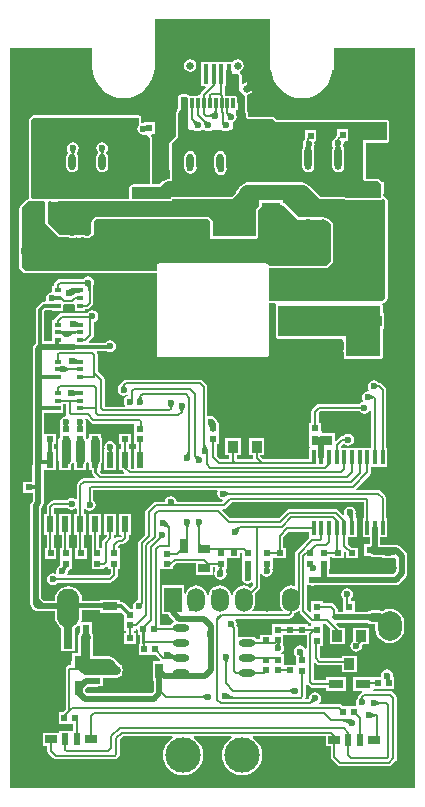
<source format=gtl>
%FSLAX25Y25*%
%MOIN*%
G70*
G01*
G75*
G04 Layer_Physical_Order=1*
G04 Layer_Color=255*
%ADD10C,0.01181*%
%ADD11C,0.00787*%
%ADD12C,0.01969*%
%ADD13C,0.03937*%
%ADD14R,0.03937X0.02756*%
%ADD15R,0.03150X0.05118*%
%ADD16R,0.02362X0.01969*%
%ADD17R,0.01969X0.02362*%
%ADD18R,0.04921X0.02756*%
%ADD19R,0.06693X0.03543*%
%ADD20R,0.06299X0.04921*%
%ADD21R,0.01181X0.03347*%
%ADD22R,0.02362X0.03347*%
%ADD23R,0.01969X0.01575*%
%ADD24R,0.02362X0.05512*%
%ADD25R,0.03150X0.07874*%
%ADD26R,0.02362X0.07874*%
%ADD27O,0.07480X0.12992*%
%ADD28R,0.01575X0.04724*%
%ADD29R,0.03543X0.03937*%
%ADD30O,0.05906X0.07874*%
%ADD31R,0.05906X0.07874*%
%ADD32R,0.04331X0.03937*%
%ADD33R,0.01575X0.06693*%
%ADD34R,0.02756X0.04921*%
%ADD35R,0.03543X0.02362*%
%ADD36O,0.02362X0.07874*%
%ADD37O,0.02362X0.05512*%
%ADD38R,0.05118X0.03150*%
%ADD39R,0.03937X0.02756*%
%ADD40R,0.02362X0.03937*%
%ADD41R,0.01969X0.03937*%
%ADD42O,0.05512X0.02362*%
%ADD43O,0.07874X0.09843*%
%ADD44O,0.09843X0.07874*%
%ADD45C,0.03150*%
%ADD46C,0.07874*%
%ADD47C,0.10000*%
%ADD48C,0.05906*%
%ADD49R,0.15300X0.31300*%
%ADD50R,0.33921X0.10400*%
%ADD51R,0.02874X0.02068*%
%ADD52R,0.11321X0.16200*%
%ADD53R,0.02719X0.08050*%
%ADD54R,0.06858X0.03154*%
%ADD55R,0.16400X0.14144*%
%ADD56R,0.09300X0.06156*%
%ADD57C,0.02559*%
G04:AMPARAMS|DCode=58|XSize=39.37mil|YSize=82.68mil|CornerRadius=17.72mil|HoleSize=0mil|Usage=FLASHONLY|Rotation=180.000|XOffset=0mil|YOffset=0mil|HoleType=Round|Shape=RoundedRectangle|*
%AMROUNDEDRECTD58*
21,1,0.03937,0.04724,0,0,180.0*
21,1,0.00394,0.08268,0,0,180.0*
1,1,0.03543,-0.00197,0.02362*
1,1,0.03543,0.00197,0.02362*
1,1,0.03543,0.00197,-0.02362*
1,1,0.03543,-0.00197,-0.02362*
%
%ADD58ROUNDEDRECTD58*%
G04:AMPARAMS|DCode=59|XSize=39.37mil|YSize=62.99mil|CornerRadius=17.72mil|HoleSize=0mil|Usage=FLASHONLY|Rotation=180.000|XOffset=0mil|YOffset=0mil|HoleType=Round|Shape=RoundedRectangle|*
%AMROUNDEDRECTD59*
21,1,0.03937,0.02756,0,0,180.0*
21,1,0.00394,0.06299,0,0,180.0*
1,1,0.03543,-0.00197,0.01378*
1,1,0.03543,0.00197,0.01378*
1,1,0.03543,0.00197,-0.01378*
1,1,0.03543,-0.00197,-0.01378*
%
%ADD59ROUNDEDRECTD59*%
%ADD60C,0.11811*%
%ADD61C,0.02362*%
G36*
X19065Y116836D02*
X19172Y116298D01*
X19477Y115842D01*
X19538Y115801D01*
X19634Y114829D01*
X20219Y112899D01*
X21170Y111121D01*
X22449Y109562D01*
X24008Y108283D01*
X25786Y107333D01*
X27715Y106747D01*
X29722Y106550D01*
X31729Y106747D01*
X33658Y107333D01*
X35437Y108283D01*
X36995Y109562D01*
X38274Y111121D01*
X39225Y112899D01*
X39810Y114829D01*
X39906Y115801D01*
X39968Y115842D01*
X40272Y116298D01*
X40379Y116836D01*
Y123108D01*
X67490D01*
Y-123295D01*
X-67495D01*
Y123108D01*
X-40384D01*
Y116836D01*
X-40277Y116298D01*
X-39972Y115842D01*
X-39911Y115801D01*
X-39815Y114829D01*
X-39230Y112899D01*
X-38279Y111121D01*
X-37000Y109562D01*
X-35441Y108283D01*
X-33663Y107333D01*
X-31733Y106747D01*
X-29727Y106550D01*
X-27720Y106747D01*
X-25791Y107333D01*
X-24012Y108283D01*
X-22454Y109562D01*
X-21174Y111121D01*
X-20224Y112899D01*
X-19639Y114829D01*
X-19543Y115801D01*
X-19481Y115842D01*
X-19177Y116298D01*
X-19070Y116836D01*
Y132950D01*
X2605D01*
X2958Y132597D01*
Y132590D01*
D01*
Y127201D01*
D01*
D01*
Y127201D01*
X2958D01*
X3081Y127078D01*
X3081Y127078D01*
X3214Y126945D01*
X3204Y127201D01*
X3204Y127201D01*
D01*
D01*
D01*
D01*
Y127201D01*
X3200Y127303D01*
X2991Y132590D01*
X3337Y132950D01*
X19065D01*
Y116836D01*
D02*
G37*
%LPC*%
G36*
X-41500Y47107D02*
X-42268Y46954D01*
X-42919Y46519D01*
X-43063Y46304D01*
X-50500D01*
X-50961Y46213D01*
X-50973Y46204D01*
X-51000D01*
X-51461Y46113D01*
X-51851Y45851D01*
X-52555Y45149D01*
X-52816Y44758D01*
X-52907Y44297D01*
D01*
D01*
D01*
X-52907Y44297D01*
D01*
X-53170Y44034D01*
X-53475D01*
Y42010D01*
X-53600Y41907D01*
X-54368Y41754D01*
X-55019Y41319D01*
X-55454Y40668D01*
X-55607Y39900D01*
X-55454Y39132D01*
X-55454Y39132D01*
X-55772Y38746D01*
X-56200D01*
X-56738Y38639D01*
X-57193Y38334D01*
X-58493Y37034D01*
X-58798Y36579D01*
X-58905Y36041D01*
Y24793D01*
X-59425Y24273D01*
X-59816Y23687D01*
X-59954Y22996D01*
Y-15475D01*
X-59998Y-15541D01*
X-60105Y-16079D01*
Y-19300D01*
Y-21357D01*
X-63068D01*
Y-24900D01*
X-59954D01*
Y-27641D01*
X-60277Y-27965D01*
X-60669Y-28551D01*
X-60806Y-29243D01*
Y-62100D01*
X-60806Y-62100D01*
X-60806D01*
X-60669Y-62791D01*
X-60277Y-63377D01*
X-59624Y-64031D01*
X-59038Y-64422D01*
X-58346Y-64560D01*
X-52667D01*
Y-66232D01*
X-52511Y-67413D01*
X-52055Y-68515D01*
X-51329Y-69461D01*
X-50462Y-70126D01*
Y-77649D01*
X-45738D01*
Y-70126D01*
X-44871Y-69461D01*
X-44636Y-69155D01*
X-44163Y-69316D01*
Y-71517D01*
X-44625Y-72208D01*
X-44809Y-73130D01*
Y-78452D01*
X-46895D01*
Y-80689D01*
X-46955Y-80778D01*
X-47138Y-81700D01*
X-47076Y-82009D01*
X-47394Y-82396D01*
X-47700D01*
X-48161Y-82487D01*
X-48551Y-82749D01*
X-48689Y-82885D01*
X-48950Y-83276D01*
X-49041Y-83737D01*
X-49041Y-83737D01*
Y-97201D01*
X-50047Y-98207D01*
X-51243D01*
Y-102144D01*
X-46480D01*
Y-104344D01*
X-47047D01*
D01*
D01*
X-47047Y-104344D01*
X-47244D01*
Y-104344D01*
X-51181D01*
Y-104935D01*
X-51181D01*
X-51181Y-104935D01*
X-51181Y-104935D01*
X-56693D01*
Y-109265D01*
X-55141D01*
Y-110963D01*
X-55141Y-110963D01*
X-55050Y-111424D01*
X-54789Y-111814D01*
X-53077Y-113526D01*
X-52686Y-113787D01*
X-52225Y-113879D01*
X-32675D01*
X-32675Y-113879D01*
X-32214Y-113787D01*
X-31823Y-113526D01*
X-31249Y-112952D01*
X-30987Y-112561D01*
X-30896Y-112100D01*
X-30896Y-112100D01*
Y-107199D01*
X-29876Y-106179D01*
X-13422D01*
X-13300Y-106664D01*
X-13579Y-106813D01*
X-14598Y-107649D01*
X-15434Y-108668D01*
X-16056Y-109831D01*
X-16439Y-111093D01*
X-16568Y-112405D01*
X-16439Y-113717D01*
X-16056Y-114978D01*
X-15434Y-116141D01*
X-14598Y-117160D01*
X-13579Y-117997D01*
X-12416Y-118618D01*
X-11154Y-119001D01*
X-9843Y-119130D01*
X-8530Y-119001D01*
X-7269Y-118618D01*
X-6106Y-117997D01*
X-5087Y-117160D01*
X-4251Y-116141D01*
X-3629Y-114978D01*
X-3246Y-113717D01*
X-3117Y-112405D01*
X-3246Y-111093D01*
X-3629Y-109831D01*
X-4251Y-108668D01*
X-5087Y-107649D01*
X-6106Y-106813D01*
X-6385Y-106664D01*
X-6263Y-106179D01*
X6263D01*
X6385Y-106664D01*
X6106Y-106813D01*
X5087Y-107649D01*
X4251Y-108668D01*
X3629Y-109831D01*
X3246Y-111093D01*
X3117Y-112405D01*
X3246Y-113717D01*
X3629Y-114978D01*
X4251Y-116141D01*
X5087Y-117160D01*
X6106Y-117997D01*
X7269Y-118618D01*
X8530Y-119001D01*
X9843Y-119130D01*
X11154Y-119001D01*
X12416Y-118618D01*
X13579Y-117997D01*
X14598Y-117160D01*
X15434Y-116141D01*
X16056Y-114978D01*
X16439Y-113717D01*
X16568Y-112405D01*
X16439Y-111093D01*
X16056Y-109831D01*
X15434Y-108668D01*
X14598Y-107649D01*
X13579Y-106813D01*
X13300Y-106664D01*
X13422Y-106179D01*
X37751D01*
Y-109465D01*
X39303D01*
Y-113007D01*
X39303Y-113007D01*
X39395Y-113468D01*
X39656Y-113859D01*
X41649Y-115851D01*
X42039Y-116113D01*
X42500Y-116204D01*
X42500Y-116204D01*
X58700D01*
X58700Y-116204D01*
X59161Y-116113D01*
X59552Y-115851D01*
X61051Y-114351D01*
X61313Y-113961D01*
X61404Y-113500D01*
X61404Y-113500D01*
Y-93400D01*
X61313Y-92939D01*
X61208Y-92783D01*
X61051Y-92549D01*
X61051Y-92549D01*
X59952Y-91448D01*
X59561Y-91187D01*
X59100Y-91096D01*
X59100Y-91096D01*
X53374D01*
Y-91096D01*
Y-90962D01*
Y-90822D01*
X53728Y-90469D01*
X60443D01*
Y-86532D01*
X60375D01*
X60058Y-86145D01*
X60107Y-85900D01*
X59954Y-85132D01*
X59519Y-84481D01*
X58868Y-84046D01*
X58100Y-83893D01*
X57332Y-84046D01*
X56681Y-84481D01*
X56246Y-85132D01*
X56093Y-85900D01*
X56142Y-86145D01*
X55825Y-86532D01*
X53374D01*
Y-86238D01*
X46681D01*
Y-90962D01*
X49615D01*
X49760Y-91441D01*
X49749Y-91448D01*
X49749Y-91448D01*
X48849Y-92348D01*
X48587Y-92739D01*
X48527Y-93045D01*
X48515Y-93050D01*
X48472Y-93153D01*
X48281Y-93281D01*
X47846Y-93932D01*
X47693Y-94700D01*
X47846Y-95468D01*
X47861Y-95490D01*
X47625Y-95932D01*
X43194D01*
X43086Y-95823D01*
X42696Y-95562D01*
X42235Y-95471D01*
X42235Y-95471D01*
X35555D01*
X35410Y-94992D01*
X35519Y-94919D01*
X35954Y-94268D01*
X36107Y-93500D01*
X35954Y-92732D01*
X35519Y-92081D01*
X34868Y-91646D01*
X34100Y-91493D01*
X33332Y-91646D01*
X32681Y-92081D01*
X32246Y-92732D01*
X32093Y-93500D01*
X32094Y-93504D01*
X32043Y-93761D01*
X31953Y-93896D01*
X31119D01*
X30883Y-93455D01*
X31013Y-93261D01*
X31013Y-93261D01*
X31013Y-93261D01*
X31104Y-92800D01*
X31104Y-92800D01*
Y-88898D01*
X31583Y-88753D01*
X31648Y-88851D01*
X32348Y-89552D01*
X32739Y-89813D01*
X33200Y-89904D01*
X33200Y-89904D01*
X37665D01*
Y-90962D01*
X44358D01*
Y-86238D01*
X37665D01*
Y-87496D01*
X33704D01*
Y-81761D01*
X34166Y-81569D01*
X34749Y-82152D01*
X34749Y-82152D01*
X34983Y-82308D01*
X35139Y-82413D01*
X35600Y-82504D01*
X42941D01*
Y-84880D01*
X48059D01*
Y-79369D01*
X42941D01*
Y-80096D01*
X36099D01*
X35704Y-79701D01*
Y-76043D01*
X36846D01*
Y-72500D01*
Y-68957D01*
X36846D01*
Y-68858D01*
X37200Y-68504D01*
X37546D01*
X39004Y-69962D01*
Y-75432D01*
X44122D01*
Y-69920D01*
X42368D01*
X41216Y-68768D01*
X41407Y-68306D01*
X51494D01*
X52078Y-68697D01*
X53000Y-68880D01*
X54235D01*
Y-70384D01*
X54397Y-71618D01*
X54873Y-72767D01*
X55630Y-73754D01*
X56617Y-74511D01*
X57767Y-74987D01*
X59000Y-75149D01*
X60233Y-74987D01*
X61383Y-74511D01*
X62370Y-73754D01*
X63127Y-72767D01*
X63603Y-71618D01*
X63765Y-70384D01*
Y-68416D01*
X63603Y-67182D01*
X63127Y-66033D01*
X62370Y-65046D01*
X61383Y-64289D01*
X60233Y-63813D01*
X59000Y-63651D01*
X57767Y-63813D01*
X56617Y-64289D01*
X56563Y-64331D01*
X56437Y-64246D01*
X55515Y-64063D01*
X53000D01*
X52078Y-64246D01*
X51409Y-64694D01*
X47469D01*
Y-61157D01*
X46004D01*
Y-60363D01*
X46219Y-60219D01*
X46654Y-59568D01*
X46807Y-58800D01*
X46654Y-58032D01*
X46219Y-57381D01*
X45568Y-56946D01*
X44800Y-56793D01*
X44032Y-56946D01*
X43381Y-57381D01*
X42946Y-58032D01*
X42793Y-58800D01*
X42946Y-59568D01*
X43381Y-60219D01*
X43596Y-60363D01*
Y-61157D01*
X43532D01*
Y-64694D01*
X41604D01*
Y-63900D01*
X41513Y-63439D01*
X41252Y-63048D01*
X40280Y-62077D01*
X39889Y-61816D01*
X39428Y-61724D01*
X39428Y-61724D01*
X36669D01*
Y-61157D01*
X32732D01*
Y-64675D01*
X32270Y-64867D01*
X31442Y-64039D01*
Y-55623D01*
X31883Y-55388D01*
X32432Y-55754D01*
X33200Y-55907D01*
X33968Y-55754D01*
X34040Y-55706D01*
X61000D01*
X61691Y-55569D01*
X62277Y-55177D01*
X64340Y-53115D01*
X64731Y-52529D01*
X64869Y-51838D01*
X64869Y-51838D01*
X64869Y-51838D01*
Y-51838D01*
Y-46162D01*
X64731Y-45471D01*
X64340Y-44885D01*
X62221Y-42767D01*
X61635Y-42375D01*
X60944Y-42238D01*
X55902D01*
Y-39862D01*
X58230D01*
Y-33563D01*
X57859D01*
Y-26855D01*
X57768Y-26394D01*
X57507Y-26004D01*
X55951Y-24449D01*
X55561Y-24187D01*
X55100Y-24096D01*
X55100Y-24096D01*
X47861D01*
X47669Y-23634D01*
X52389Y-18914D01*
X52389Y-18914D01*
X52545Y-18680D01*
X52650Y-18524D01*
X52741Y-18063D01*
Y-16240D01*
X58230D01*
Y-9941D01*
X57859D01*
Y9345D01*
X57859Y9345D01*
X57768Y9806D01*
X57507Y10196D01*
X57507Y10196D01*
X56352Y11351D01*
X55961Y11613D01*
X55500Y11704D01*
X55500Y11704D01*
X55263D01*
X55119Y11919D01*
X54468Y12354D01*
X53700Y12507D01*
X52932Y12354D01*
X52281Y11919D01*
X51846Y11268D01*
X51693Y10500D01*
X51846Y9732D01*
X52141Y9290D01*
X51863Y8875D01*
X51700Y8907D01*
X50932Y8754D01*
X50281Y8319D01*
X49846Y7668D01*
X49693Y6900D01*
X49846Y6132D01*
X50100Y5751D01*
X49909Y5289D01*
X49732Y5254D01*
X49081Y4819D01*
X48937Y4604D01*
X35400D01*
X35400Y4604D01*
X34939Y4513D01*
X34549Y4251D01*
X34549Y4251D01*
X33248Y2952D01*
X32987Y2561D01*
X32896Y2100D01*
X32896Y2100D01*
Y-1657D01*
X32131D01*
Y-5200D01*
Y-8743D01*
X32185D01*
Y-9154D01*
X32246Y-9461D01*
X32246Y-9461D01*
X32420Y-9722D01*
X32049Y-9941D01*
X32049D01*
Y-13855D01*
X16799D01*
X15841Y-12897D01*
Y-12380D01*
X17196D01*
Y-6869D01*
X12078D01*
Y-12380D01*
X13433D01*
Y-13396D01*
X13433Y-13396D01*
X13447Y-13468D01*
X13130Y-13855D01*
X7999D01*
X7967Y-13823D01*
Y-12380D01*
X9322D01*
Y-6869D01*
X4204D01*
Y-12380D01*
X5559D01*
Y-13855D01*
X2599D01*
X1404Y-12660D01*
Y-8843D01*
X2169D01*
Y-5300D01*
Y-1757D01*
X1918D01*
X1869Y-1509D01*
X1477Y-923D01*
X1271Y-716D01*
X1254Y-632D01*
X819Y19D01*
X168Y454D01*
X-600Y607D01*
X-1368Y454D01*
X-1758Y663D01*
Y10341D01*
X-1850Y10802D01*
X-1954Y10959D01*
X-2111Y11193D01*
X-2111Y11193D01*
X-3269Y12352D01*
X-3660Y12613D01*
X-4121Y12704D01*
X-4121Y12704D01*
X-29021D01*
X-29482Y12613D01*
X-29873Y12352D01*
X-29873Y12352D01*
X-30551Y11673D01*
X-30813Y11282D01*
X-30853Y11077D01*
X-30899Y10966D01*
X-31119Y10819D01*
X-31554Y10168D01*
X-31707Y9400D01*
X-31554Y8632D01*
X-31119Y7981D01*
X-30468Y7546D01*
X-29700Y7393D01*
X-28932Y7546D01*
X-28445Y7871D01*
X-28265Y7775D01*
X-28339Y7280D01*
X-28468Y7254D01*
X-29119Y6819D01*
X-29554Y6168D01*
X-29707Y5400D01*
X-29554Y4632D01*
X-29195Y4095D01*
X-29431Y3654D01*
X-35901D01*
X-36021Y3774D01*
Y12725D01*
X-36113Y13186D01*
X-36374Y13577D01*
X-38196Y15399D01*
Y16000D01*
X-38220Y16120D01*
Y20900D01*
X-38220Y20900D01*
X-38311Y21361D01*
X-38572Y21752D01*
X-38597Y21776D01*
X-38406Y22238D01*
X-35256D01*
X-34968Y22046D01*
X-34200Y21893D01*
X-33432Y22046D01*
X-32781Y22481D01*
X-32346Y23132D01*
X-32193Y23900D01*
X-32346Y24668D01*
X-32781Y25319D01*
X-33432Y25754D01*
X-34200Y25907D01*
X-34968Y25754D01*
X-35619Y25319D01*
X-35800Y25048D01*
X-41096D01*
X-41287Y25510D01*
X-39948Y26849D01*
X-39948Y26849D01*
X-39687Y27239D01*
X-39596Y27700D01*
Y31903D01*
X-39380Y31946D01*
X-38729Y32381D01*
X-38294Y33032D01*
X-38141Y33800D01*
X-38294Y34568D01*
X-38729Y35219D01*
X-39380Y35654D01*
X-40148Y35807D01*
X-40916Y35654D01*
X-41568Y35219D01*
X-41778Y34904D01*
X-50300D01*
X-50761Y34813D01*
X-51152Y34552D01*
X-52555Y33149D01*
X-52816Y32758D01*
X-52840Y32634D01*
X-53475D01*
Y29484D01*
Y26925D01*
Y25572D01*
X-56095D01*
Y35459D01*
X-55618Y35936D01*
X-53475D01*
Y35766D01*
X-49931D01*
Y37624D01*
X-49600Y37896D01*
X-46800D01*
X-46800Y37896D01*
X-46381Y37979D01*
X-45994Y37662D01*
Y35766D01*
X-42451D01*
Y36137D01*
X-42000D01*
X-42000Y36137D01*
X-41539Y36228D01*
X-41148Y36489D01*
X-40148Y37489D01*
X-40148Y37489D01*
X-39992Y37724D01*
X-39887Y37880D01*
X-39796Y38341D01*
Y41992D01*
X-39778D01*
X-39796Y42130D01*
Y43893D01*
X-39794D01*
X-39796Y43906D01*
Y44107D01*
X-39646Y44332D01*
X-39493Y45100D01*
X-39646Y45868D01*
X-40081Y46519D01*
X-40732Y46954D01*
X-41500Y47107D01*
D02*
G37*
G36*
X51996Y-69920D02*
X46878D01*
Y-74249D01*
X46381Y-74581D01*
X45946Y-75232D01*
X45793Y-76000D01*
X45946Y-76768D01*
X46381Y-77419D01*
X47032Y-77854D01*
X47800Y-78007D01*
X48568Y-77854D01*
X49219Y-77419D01*
X49654Y-76768D01*
X49807Y-76000D01*
X49771Y-75818D01*
X50088Y-75432D01*
X51996D01*
Y-69920D01*
D02*
G37*
G36*
X-7476Y119510D02*
X-8282Y119349D01*
X-8966Y118893D01*
X-9423Y118209D01*
X-9583Y117402D01*
X-9423Y116596D01*
X-8966Y115912D01*
X-8282Y115455D01*
X-7476Y115295D01*
X-6669Y115455D01*
X-5985Y115912D01*
X-5529Y116596D01*
X-5368Y117402D01*
X-5529Y118209D01*
X-5985Y118893D01*
X-6669Y119349D01*
X-7476Y119510D01*
D02*
G37*
G36*
X8273D02*
X7466Y119349D01*
X6782Y118893D01*
X6681Y118741D01*
X-3834D01*
Y110473D01*
X-2568D01*
X-2376Y110011D01*
X-3804Y108583D01*
X-4065Y108193D01*
X-4157Y107732D01*
X-5691Y107425D01*
X-7889D01*
X-8032Y107568D01*
X-8293Y107742D01*
X-8600Y107803D01*
X-10500D01*
X-10500Y107803D01*
X-10807Y107742D01*
X-11068Y107568D01*
X-11198Y107438D01*
X-11206Y107425D01*
X-11417D01*
Y106948D01*
X-11433Y106870D01*
Y103161D01*
X-11568Y103071D01*
X-11742Y102811D01*
X-11774Y102650D01*
X-11924Y102425D01*
X-12094Y102015D01*
X-12162Y101926D01*
X-12209Y101832D01*
X-12267Y101745D01*
X-12277Y101693D01*
X-12301Y101645D01*
X-12308Y101541D01*
X-12328Y101437D01*
Y93907D01*
X-12668Y93568D01*
X-14268Y91968D01*
X-14442Y91707D01*
X-14503Y91400D01*
Y83268D01*
X-14442Y82960D01*
X-14287Y82729D01*
Y79703D01*
X-15075D01*
X-15178Y79682D01*
X-15283Y79676D01*
X-15331Y79652D01*
X-15383Y79642D01*
X-15470Y79583D01*
X-15564Y79537D01*
X-15747Y79396D01*
X-16222Y79200D01*
X-16313Y79188D01*
X-16413Y79154D01*
X-16516Y79133D01*
X-16560Y79104D01*
X-16610Y79087D01*
X-16689Y79018D01*
X-16776Y78959D01*
X-17068Y78668D01*
X-17068Y78668D01*
X-17933Y77803D01*
X-20197D01*
Y93400D01*
X-20258Y93707D01*
X-20432Y93968D01*
X-20534Y94070D01*
X-20343Y94532D01*
X-19300D01*
Y98469D01*
X-22843D01*
Y98469D01*
X-22948Y98383D01*
X-23072Y98407D01*
X-23411Y98340D01*
X-23797Y98657D01*
Y99800D01*
Y99900D01*
X-23858Y100207D01*
X-24032Y100468D01*
X-24032Y100468D01*
X-24154Y100590D01*
X-24415Y100764D01*
X-24722Y100825D01*
X-59800D01*
X-60108Y100764D01*
X-60368Y100590D01*
X-60968Y99990D01*
X-61142Y99730D01*
X-61203Y99423D01*
Y73500D01*
Y73400D01*
X-61142Y73093D01*
X-61142Y73093D01*
X-61162Y73086D01*
X-61400Y73003D01*
X-61400Y73003D01*
Y73003D01*
X-61707Y72942D01*
X-61968Y72768D01*
X-64168Y70568D01*
X-64342Y70307D01*
X-64403Y70000D01*
Y56833D01*
X-64565Y55600D01*
X-64403Y54367D01*
Y50665D01*
X-64442Y50607D01*
X-64503Y50300D01*
X-64442Y49993D01*
X-64268Y49732D01*
X-64268Y49732D01*
X-62968Y48432D01*
X-62707Y48258D01*
X-62400Y48197D01*
X-18722D01*
Y21202D01*
X-18722Y21202D01*
X-18722D01*
X-18646Y20818D01*
X-18428Y20493D01*
X-18426Y20490D01*
X-18101Y20273D01*
X-17717Y20197D01*
X17717D01*
X18101Y20273D01*
X18426Y20490D01*
X18644Y20816D01*
X18720Y21200D01*
Y38297D01*
X20575D01*
X21158Y37907D01*
X21097Y37600D01*
Y27200D01*
X21158Y26893D01*
X21332Y26632D01*
X21593Y26458D01*
X21900Y26397D01*
X43238D01*
X43555Y26011D01*
X43493Y25700D01*
X43646Y24932D01*
X43697Y24855D01*
Y22924D01*
X43593Y22400D01*
X43697Y21876D01*
Y20400D01*
X43758Y20093D01*
X43932Y19832D01*
X44193Y19658D01*
X44500Y19597D01*
X55821D01*
X56128Y19658D01*
X56389Y19832D01*
X56563Y20093D01*
X56624Y20400D01*
Y29721D01*
X57164D01*
Y34839D01*
X56624D01*
Y37600D01*
X56563Y37907D01*
X56700Y38297D01*
D01*
D01*
X57007Y38358D01*
X57268Y38532D01*
X57368Y38632D01*
X58068Y39332D01*
X58242Y39593D01*
X58303Y39900D01*
Y72100D01*
Y72500D01*
X58242Y72807D01*
X58068Y73068D01*
X58068Y73068D01*
X57600Y73536D01*
X57566Y73558D01*
X57541Y73589D01*
X57437Y73644D01*
X57339Y73710D01*
X57300Y73718D01*
X57265Y73736D01*
X57148Y73748D01*
X57032Y73771D01*
X56903Y74419D01*
Y74687D01*
X57059D01*
Y78624D01*
X56511D01*
X55768Y79368D01*
X55507Y79542D01*
X55200Y79603D01*
X51333D01*
X51008Y79927D01*
Y91642D01*
X58000D01*
X58307Y91703D01*
X58568Y91877D01*
X58742Y92137D01*
X58803Y92444D01*
Y98600D01*
X58742Y98907D01*
X58568Y99168D01*
X58307Y99342D01*
X58000Y99403D01*
X21432D01*
X20768Y100068D01*
X20507Y100242D01*
X20200Y100303D01*
X12163D01*
X11803Y100663D01*
Y101479D01*
X11742Y101786D01*
X11568Y102046D01*
X11568Y102047D01*
X11503Y102111D01*
Y102504D01*
X11442Y102811D01*
X11433Y102824D01*
Y107370D01*
X11377Y107648D01*
X12145Y107801D01*
X12829Y108257D01*
X13286Y108941D01*
X13446Y109748D01*
X13286Y110554D01*
X12829Y111238D01*
X12145Y111695D01*
X11339Y111855D01*
X10532Y111695D01*
X10044Y111368D01*
X9603Y111604D01*
Y113900D01*
Y114200D01*
X9603Y114200D01*
X9542Y114507D01*
X9368Y114768D01*
X9368Y114768D01*
X9178Y114957D01*
X9134Y115177D01*
X9167Y115515D01*
X9763Y115912D01*
X10220Y116596D01*
X10380Y117402D01*
X10220Y118209D01*
X9763Y118893D01*
X9079Y119349D01*
X8273Y119510D01*
D02*
G37*
%LPD*%
G36*
X-40652Y-1551D02*
X-40652Y-1551D01*
X-40417Y-1708D01*
X-40261Y-1813D01*
X-39800Y-1904D01*
X-26188D01*
Y-5337D01*
Y-8880D01*
X-25424D01*
Y-10455D01*
X-26090D01*
Y-17004D01*
X-27153D01*
Y-10455D01*
X-28035D01*
Y-8880D01*
X-27271D01*
Y-5337D01*
X-31208D01*
Y-8880D01*
X-30443D01*
Y-10455D01*
X-31090D01*
Y-17541D01*
X-30062D01*
X-29973Y-17630D01*
X-29973Y-17630D01*
X-29486Y-18117D01*
X-29677Y-18579D01*
X-36918D01*
X-37494Y-18003D01*
X-37302Y-17541D01*
X-37153D01*
Y-15157D01*
X-36955Y-14861D01*
X-36772Y-13939D01*
Y-7700D01*
X-36955Y-6778D01*
X-37212Y-6394D01*
Y-5337D01*
X-38952D01*
X-39180Y-5291D01*
X-39408Y-5337D01*
X-41149D01*
Y-6394D01*
X-41405Y-6778D01*
X-41465Y-7077D01*
X-41975Y-7178D01*
X-42231Y-6794D01*
Y-5337D01*
Y-1794D01*
X-42231D01*
X-42263Y-1755D01*
X-42193Y-1400D01*
X-42345Y-632D01*
X-42452Y-473D01*
X-42399Y-373D01*
X-41904Y-299D01*
X-40652Y-1551D01*
D02*
G37*
G36*
X50333Y-33563D02*
X49962D01*
Y-39862D01*
X52290D01*
Y-42076D01*
X50541D01*
Y-46013D01*
X52581D01*
X52965Y-46269D01*
X53656Y-46406D01*
X56532D01*
Y-46800D01*
X60469D01*
Y-46776D01*
X60930Y-46585D01*
X61256Y-46910D01*
Y-51090D01*
X60252Y-52094D01*
X38931D01*
Y-50443D01*
X39093D01*
Y-46900D01*
Y-46333D01*
X39678D01*
Y-46829D01*
X43615D01*
Y-44700D01*
X43916Y-44576D01*
X44331Y-44853D01*
Y-46800D01*
X48268D01*
Y-43257D01*
X46231D01*
X45064Y-42089D01*
Y-39862D01*
X47994D01*
Y-33563D01*
X47631D01*
Y-33236D01*
X47631D01*
X47623Y-33173D01*
Y-32219D01*
X47623Y-32219D01*
X47594Y-32070D01*
X47707Y-31500D01*
X47554Y-30732D01*
X47119Y-30081D01*
X46468Y-29646D01*
X45700Y-29493D01*
X44932Y-29646D01*
X44281Y-30081D01*
X43846Y-30732D01*
X43693Y-31500D01*
X43793Y-32005D01*
X43352Y-32241D01*
X41854Y-30743D01*
X41464Y-30482D01*
X41003Y-30390D01*
X41003Y-30390D01*
X25569D01*
X25108Y-30482D01*
X24717Y-30743D01*
X22064Y-33396D01*
X5867D01*
X3263Y-30791D01*
X3454Y-30329D01*
X3800D01*
X3800Y-30329D01*
X4261Y-30238D01*
X4651Y-29977D01*
X6424Y-28204D01*
X50333D01*
Y-33563D01*
D02*
G37*
G36*
X-48904Y1600D02*
X-48904Y1600D01*
X-48813Y1139D01*
X-48783Y1095D01*
X-48900Y507D01*
X-49668Y354D01*
X-50319Y-81D01*
X-50754Y-732D01*
X-50907Y-1500D01*
X-50876Y-1654D01*
X-50991Y-1794D01*
X-50991D01*
Y-5337D01*
Y-6394D01*
X-51248Y-6778D01*
X-51431Y-7700D01*
Y-13900D01*
X-51248Y-14821D01*
X-51090Y-15058D01*
Y-17541D01*
X-47153D01*
Y-15353D01*
X-46868Y-14927D01*
X-46368D01*
X-46090Y-15343D01*
Y-17541D01*
X-42153D01*
Y-15107D01*
X-41975Y-14841D01*
X-41975Y-14841D01*
Y-14841D01*
X-41921Y-14716D01*
X-41424Y-14768D01*
X-41405Y-14861D01*
X-41090Y-15333D01*
Y-17541D01*
X-40384D01*
Y-18020D01*
X-40384Y-18020D01*
X-40293Y-18481D01*
X-40032Y-18871D01*
X-39973Y-18930D01*
X-39973Y-18930D01*
X-39751Y-19151D01*
X-39211Y-19692D01*
X-39402Y-20154D01*
X-43058D01*
X-43519Y-20245D01*
X-43675Y-20350D01*
X-43910Y-20506D01*
X-43910Y-20507D01*
X-44973Y-21569D01*
X-45234Y-21960D01*
X-45325Y-22421D01*
X-45325Y-22421D01*
Y-26948D01*
X-45766Y-27184D01*
X-46273Y-26846D01*
X-47041Y-26693D01*
X-47809Y-26846D01*
X-48460Y-27281D01*
X-48604Y-27496D01*
X-53100D01*
X-53561Y-27587D01*
X-53952Y-27849D01*
X-54973Y-28870D01*
X-55234Y-29260D01*
X-55325Y-29721D01*
X-55325Y-29721D01*
Y-31912D01*
X-56090D01*
Y-38998D01*
X-55325D01*
Y-43455D01*
X-56011D01*
Y-46998D01*
X-52074D01*
Y-43455D01*
X-52917D01*
Y-38998D01*
X-52153D01*
Y-31912D01*
X-52917D01*
Y-30220D01*
X-52601Y-29904D01*
X-48604D01*
X-48460Y-30119D01*
X-47809Y-30554D01*
X-47041Y-30707D01*
X-46273Y-30554D01*
X-45766Y-30216D01*
X-45325Y-30452D01*
Y-31912D01*
X-46090D01*
Y-38998D01*
X-45325D01*
Y-43455D01*
X-45972D01*
Y-46998D01*
X-42035D01*
Y-43455D01*
X-42917D01*
Y-38998D01*
X-42153D01*
Y-31912D01*
X-42917D01*
Y-30536D01*
X-42438Y-30391D01*
X-42419Y-30419D01*
X-41768Y-30854D01*
X-41000Y-31007D01*
X-40232Y-30854D01*
X-39581Y-30419D01*
X-39146Y-29768D01*
X-38993Y-29000D01*
X-39146Y-28232D01*
X-39581Y-27581D01*
X-39796Y-27437D01*
Y-24137D01*
X1435D01*
X1646Y-24532D01*
X1493Y-25300D01*
X1646Y-26068D01*
X2081Y-26719D01*
X2732Y-27154D01*
X3326Y-27272D01*
X3401Y-27519D01*
X3103Y-27921D01*
X-12048D01*
X-12146Y-27432D01*
X-12581Y-26781D01*
X-13232Y-26346D01*
X-14000Y-26193D01*
X-14768Y-26346D01*
X-15419Y-26781D01*
X-15854Y-27432D01*
X-15952Y-27921D01*
X-18925D01*
X-18925Y-27921D01*
X-19386Y-28013D01*
X-19777Y-28274D01*
X-19777Y-28274D01*
X-22165Y-30662D01*
X-22426Y-31053D01*
X-22518Y-31514D01*
X-22518Y-31514D01*
Y-39033D01*
X-24505Y-41020D01*
X-24766Y-41411D01*
X-24858Y-41872D01*
X-24858Y-41872D01*
Y-60744D01*
X-25368Y-60846D01*
X-26019Y-61281D01*
X-26454Y-61932D01*
X-26607Y-62700D01*
X-26454Y-63468D01*
X-26662Y-63857D01*
X-27385D01*
X-29481Y-61760D01*
X-29937Y-61456D01*
X-30475Y-61349D01*
X-30952D01*
Y-60588D01*
X-37448D01*
Y-60995D01*
X-43533D01*
Y-60720D01*
X-43689Y-59538D01*
X-44145Y-58436D01*
X-44871Y-57491D01*
X-45817Y-56765D01*
X-46918Y-56309D01*
X-48100Y-56153D01*
X-49282Y-56309D01*
X-50383Y-56765D01*
X-51329Y-57491D01*
X-52055Y-58436D01*
X-52511Y-59538D01*
X-52667Y-60720D01*
Y-60947D01*
X-56166D01*
X-57136Y-59977D01*
Y-29933D01*
X-56870Y-29667D01*
X-56478Y-29081D01*
X-56341Y-28390D01*
Y-17541D01*
X-56090D01*
Y-17541D01*
X-52153D01*
Y-10455D01*
X-52834D01*
Y-8880D01*
X-52271D01*
Y-5337D01*
X-56095D01*
Y1736D01*
X-53475D01*
Y1566D01*
X-49931D01*
Y4125D01*
Y4496D01*
X-48904D01*
Y1600D01*
D02*
G37*
G36*
X52796Y2431D02*
Y-9941D01*
X42916D01*
X42724Y-9479D01*
X43501Y-8702D01*
X43681Y-8719D01*
X44332Y-9154D01*
X45100Y-9307D01*
X45868Y-9154D01*
X46519Y-8719D01*
X46954Y-8068D01*
X47107Y-7300D01*
X46954Y-6532D01*
X46519Y-5881D01*
X45868Y-5446D01*
X45100Y-5293D01*
X44332Y-5446D01*
X43681Y-5881D01*
X43537Y-6096D01*
X43200D01*
X43200Y-6096D01*
X42739Y-6187D01*
X42349Y-6448D01*
X41230Y-7566D01*
X40769Y-7375D01*
Y-5200D01*
X39860D01*
X39846Y-5197D01*
X38960D01*
X38800Y-5165D01*
X36400D01*
X36068Y-3499D01*
Y-1657D01*
X35304D01*
Y1601D01*
X35899Y2196D01*
X48937D01*
X49081Y1981D01*
X49732Y1546D01*
X50500Y1393D01*
X51268Y1546D01*
X51919Y1981D01*
X52317Y2576D01*
X52796Y2431D01*
D02*
G37*
G36*
X31296Y-76782D02*
X30817Y-76927D01*
X30519Y-76481D01*
X29868Y-76046D01*
X29100Y-75893D01*
X28332Y-76046D01*
X27681Y-76481D01*
X27246Y-77132D01*
X27093Y-77900D01*
X27246Y-78668D01*
X27681Y-79319D01*
X27931Y-79487D01*
Y-82427D01*
X27629D01*
Y-82427D01*
X23692D01*
Y-78884D01*
X22936D01*
X22791Y-78405D01*
X23219Y-78119D01*
X23654Y-77468D01*
X23807Y-76700D01*
X23654Y-75932D01*
X23594Y-75841D01*
Y-72388D01*
X23889D01*
Y-72388D01*
X27826D01*
Y-72388D01*
X31296D01*
Y-76782D01*
D02*
G37*
G36*
X-37448Y-64919D02*
X-30952D01*
Y-64917D01*
X-30490Y-64725D01*
X-29568Y-65647D01*
Y-67400D01*
Y-70943D01*
X-28804D01*
Y-71772D01*
X-29568D01*
Y-75315D01*
X-25631D01*
Y-71772D01*
X-26396D01*
Y-70943D01*
X-25631D01*
Y-70542D01*
X-25179Y-70328D01*
X-24843Y-70604D01*
Y-72369D01*
X-24276D01*
Y-75115D01*
X-24276Y-75115D01*
X-24371Y-75231D01*
X-24643D01*
Y-79168D01*
X-19063D01*
X-17491Y-80740D01*
X-17543Y-80864D01*
X-17769Y-81202D01*
X-19919D01*
Y-87698D01*
X-19560D01*
Y-91056D01*
X-20298Y-91794D01*
X-41952D01*
X-42488Y-91257D01*
Y-90489D01*
X-41577Y-89578D01*
X-38500D01*
X-38326Y-89543D01*
X-36531D01*
Y-86637D01*
X-32300D01*
X-31378Y-86453D01*
X-30700Y-86000D01*
X-30332D01*
Y-85534D01*
X-30075Y-85150D01*
X-29891Y-84228D01*
X-30075Y-83307D01*
X-30332Y-82923D01*
Y-82457D01*
X-30700D01*
X-30974Y-82274D01*
X-31225Y-81897D01*
X-33025Y-80097D01*
X-33807Y-79575D01*
X-34728Y-79391D01*
X-39992D01*
Y-73879D01*
X-39969Y-73846D01*
X-39786Y-72924D01*
X-39969Y-72003D01*
X-40226Y-71619D01*
Y-68200D01*
X-43565D01*
X-43843Y-67784D01*
X-43689Y-67413D01*
X-43533Y-66232D01*
Y-64158D01*
X-37448D01*
Y-64919D01*
D02*
G37*
G36*
X28962Y-64538D02*
X29039Y-64567D01*
X29125Y-64999D01*
X29386Y-65389D01*
X32149Y-68151D01*
X32539Y-68413D01*
X32909Y-68486D01*
Y-68957D01*
X32909Y-68957D01*
X32909Y-68957D01*
Y-69524D01*
X31665D01*
Y-68844D01*
X27728D01*
Y-68844D01*
X23889D01*
D01*
D01*
X23889Y-68844D01*
X23594D01*
Y-68844D01*
X19657D01*
Y-72388D01*
X15720D01*
Y-73703D01*
X14527D01*
X14383Y-73488D01*
X13732Y-73053D01*
X12964Y-72900D01*
X9814D01*
X9046Y-73053D01*
X8845Y-73188D01*
X8404Y-72952D01*
Y-70100D01*
X8404Y-70100D01*
X8313Y-69639D01*
X8051Y-69248D01*
X7907Y-69104D01*
X8007Y-68600D01*
X7854Y-67832D01*
X7541Y-67363D01*
X7777Y-66922D01*
X25282D01*
X25282Y-66922D01*
X25743Y-66831D01*
X26133Y-66570D01*
X26937Y-65767D01*
X27198Y-65376D01*
X27242Y-65153D01*
X27971Y-64851D01*
X28380Y-64538D01*
X28962Y-64538D01*
D02*
G37*
G36*
X32049Y-39862D02*
X32049D01*
X32049Y-40221D01*
X27812Y-44458D01*
X27550Y-44849D01*
X27459Y-45310D01*
X27459Y-45310D01*
Y-55706D01*
X27061Y-55972D01*
X26085Y-55843D01*
X25109Y-55972D01*
X24199Y-56349D01*
X23417Y-56948D01*
X22818Y-57730D01*
X22441Y-58639D01*
X22313Y-59616D01*
Y-61584D01*
X22441Y-62561D01*
X22818Y-63471D01*
X23275Y-64065D01*
X23053Y-64514D01*
X13369D01*
X13148Y-64065D01*
X13604Y-63471D01*
X13981Y-62561D01*
X14109Y-61584D01*
Y-59616D01*
X13983Y-58657D01*
X15488Y-57152D01*
X15750Y-56761D01*
X15841Y-56300D01*
X15841Y-56300D01*
Y-52074D01*
X16320Y-51929D01*
X16581Y-52319D01*
X17232Y-52754D01*
X18000Y-52907D01*
X18768Y-52754D01*
X19419Y-52319D01*
X19854Y-51668D01*
X20007Y-50900D01*
X19926Y-50495D01*
X19969Y-50443D01*
X19969D01*
Y-46900D01*
Y-46800D01*
X20332D01*
Y-46800D01*
X24269D01*
Y-43257D01*
X23504D01*
Y-39816D01*
X25404Y-37917D01*
X32049D01*
Y-39862D01*
D02*
G37*
G36*
X9862Y-46894D02*
Y-50437D01*
X9894D01*
Y-52460D01*
X9846Y-52532D01*
X9693Y-53300D01*
X9846Y-54068D01*
X10281Y-54719D01*
X10932Y-55154D01*
X11700Y-55307D01*
X12468Y-55154D01*
X12992Y-54804D01*
X13433Y-55040D01*
Y-55801D01*
X12598Y-56636D01*
X12223Y-56349D01*
X11313Y-55972D01*
X10337Y-55843D01*
X9361Y-55972D01*
X8451Y-56349D01*
X7670Y-56948D01*
X7070Y-57730D01*
X6693Y-58639D01*
X6650Y-58967D01*
X6150D01*
X6107Y-58639D01*
X5730Y-57730D01*
X5130Y-56948D01*
X4349Y-56349D01*
X3439Y-55972D01*
X2463Y-55843D01*
X1487Y-55972D01*
X577Y-56349D01*
X386Y-56495D01*
X132Y-56546D01*
X-519Y-56981D01*
X-954Y-57632D01*
X-1107Y-58400D01*
X-1099Y-58441D01*
X-1181Y-58639D01*
X-1224Y-58967D01*
X-1724D01*
X-1767Y-58639D01*
X-2144Y-57730D01*
X-2743Y-56948D01*
X-3525Y-56349D01*
X-4435Y-55972D01*
X-5411Y-55843D01*
X-6387Y-55972D01*
X-7297Y-56349D01*
X-8078Y-56948D01*
X-8678Y-57730D01*
X-9054Y-58638D01*
X-9545Y-58541D01*
Y-55876D01*
X-17025D01*
Y-65324D01*
X-14990D01*
X-14954Y-65506D01*
X-14562Y-66092D01*
X-13040Y-67614D01*
X-13089Y-68112D01*
X-13652Y-68488D01*
X-14087Y-69139D01*
X-14098Y-69196D01*
X-17696D01*
Y-50559D01*
X-17303D01*
Y-50559D01*
X-13366D01*
Y-49727D01*
X-13234Y-49639D01*
X-12100Y-48504D01*
X-5492D01*
Y-52327D01*
X19D01*
Y-49870D01*
X807D01*
Y-50437D01*
X807D01*
X807Y-51040D01*
X746Y-51132D01*
X593Y-51900D01*
X746Y-52668D01*
X1181Y-53319D01*
X1832Y-53754D01*
X2600Y-53907D01*
X3368Y-53754D01*
X4019Y-53319D01*
X4454Y-52668D01*
X4607Y-51900D01*
X4454Y-51132D01*
X4285Y-50878D01*
X4520Y-50437D01*
X4744D01*
Y-46894D01*
X5138D01*
Y-46894D01*
X9075D01*
Y-45066D01*
X9862D01*
Y-46894D01*
D02*
G37*
G36*
X-24600Y99900D02*
Y99800D01*
Y97656D01*
X-24926Y97168D01*
X-25045Y96569D01*
X-25058Y96565D01*
D01*
X-25272Y96500D01*
X-25600Y96500D01*
D01*
X-25796D01*
X-25800D01*
D01*
D01*
D01*
D01*
D01*
Y96500D01*
Y96500D01*
X-27150D01*
X-25807Y96400D01*
Y96400D01*
X-25800Y96400D01*
D01*
Y96400D01*
X-25800D01*
D01*
D01*
X-25800D01*
D01*
X-25700D01*
X-25640D01*
X-25600D01*
X-25600D01*
D01*
D01*
D01*
D01*
D01*
X-25600Y96400D01*
X-25524D01*
D01*
X-25500D01*
X-25500D01*
Y96400D01*
X-25500D01*
D01*
D01*
X-25180Y96080D01*
Y96080D01*
X-25000Y95900D01*
X-24974Y95874D01*
X-24926Y95632D01*
X-24491Y94981D01*
X-23840Y94546D01*
X-23597Y94498D01*
X-23300Y94200D01*
X-21800D01*
X-21000Y93400D01*
Y77803D01*
X-26696D01*
X-27003Y77742D01*
X-27264Y77568D01*
X-27364Y77468D01*
X-27568Y77264D01*
X-27742Y77003D01*
X-27803Y76696D01*
Y76575D01*
X-27854D01*
Y73000D01*
X-50141D01*
Y73013D01*
X-55259D01*
Y73000D01*
X-56041D01*
Y73013D01*
X-60013D01*
X-60400Y73400D01*
Y73500D01*
Y99423D01*
X-59800Y100022D01*
X-24722D01*
X-24600Y99900D01*
D02*
G37*
G36*
X5300Y116500D02*
X6600Y115200D01*
Y114700D01*
X8300D01*
X8610Y114390D01*
X8610Y114390D01*
X8744Y114256D01*
X8785Y114194D01*
X8800Y114121D01*
Y113900D01*
Y111604D01*
Y109200D01*
X9300Y108700D01*
X10610Y107390D01*
X10630Y107291D01*
Y102824D01*
Y102504D01*
X10684D01*
X10700Y102425D01*
Y102111D01*
Y101779D01*
X10935Y101544D01*
X10935Y101544D01*
X10935Y101544D01*
X10944Y101535D01*
X10986Y101473D01*
X11000Y101400D01*
Y100663D01*
Y100330D01*
X11595Y99735D01*
X11595Y99735D01*
X11595Y99735D01*
X11830Y99500D01*
X20121D01*
X20194Y99485D01*
X20256Y99444D01*
X20865Y98835D01*
X20865Y98835D01*
X20865Y98835D01*
X21100Y98600D01*
X48700D01*
X50200Y97100D01*
Y91019D01*
X50152D01*
Y86688D01*
X50200D01*
Y79600D01*
X50440Y79360D01*
X50765Y79035D01*
X51000Y78800D01*
X55121D01*
X55194Y78786D01*
X55256Y78744D01*
X55943Y78057D01*
X55943Y78057D01*
X55943Y78057D01*
X56100Y77900D01*
Y74687D01*
Y74419D01*
Y73500D01*
X55959Y73359D01*
X55897Y73317D01*
X55824Y73303D01*
X52959D01*
X52852Y73317D01*
D01*
X52800Y73324D01*
X44494D01*
X44342Y73354D01*
X44042Y73479D01*
X43937Y73492D01*
X43937D01*
X43117Y73600D01*
D01*
X43065Y73607D01*
X36107D01*
X36034Y73622D01*
X35972Y73663D01*
X32466Y77169D01*
X32424Y77201D01*
D01*
X32186Y77384D01*
X31685Y77769D01*
X31587Y77809D01*
D01*
X31230Y77957D01*
X30775Y78145D01*
X30599Y78168D01*
X30575Y78177D01*
X30523Y78184D01*
X30487Y78220D01*
X30465Y78235D01*
X30200Y78500D01*
X11200D01*
Y78217D01*
X11165Y78182D01*
X11113Y78175D01*
X11089Y78167D01*
X11063Y78164D01*
X11030Y78159D01*
D01*
X10925Y78145D01*
X10470Y77957D01*
X10113Y77809D01*
D01*
X10015Y77769D01*
X9932Y77704D01*
X9932Y77704D01*
X9311Y77228D01*
X9234Y77169D01*
X9197Y77132D01*
D01*
X8933Y76868D01*
X8632Y76568D01*
X8033Y75786D01*
X7877Y75409D01*
X7767Y75145D01*
X7681Y75016D01*
X6421Y73756D01*
X6359Y73715D01*
X6286Y73700D01*
X-13873D01*
Y73527D01*
X-13935Y73465D01*
X-14052Y73348D01*
X-14300Y73100D01*
X-14380Y73020D01*
X-14479Y73000D01*
X-26921D01*
X-27000Y73016D01*
Y76617D01*
X-26985Y76690D01*
X-26944Y76752D01*
X-26796Y76900D01*
X-26752Y76944D01*
X-26690Y76986D01*
X-26617Y77000D01*
X-17600D01*
X-16500Y78100D01*
X-16354Y78246D01*
X-16264Y78336D01*
X-16243Y78350D01*
X-16206Y78387D01*
X-16154Y78394D01*
X-16130Y78402D01*
X-16118Y78404D01*
D01*
X-16013Y78417D01*
X-15804Y78504D01*
X-15440Y78655D01*
X-15440Y78655D01*
X-15342Y78695D01*
X-15259Y78759D01*
D01*
X-15138Y78852D01*
X-15115Y78863D01*
X-15074Y78895D01*
X-15022D01*
X-14996Y78900D01*
X-14000D01*
X-13963Y78937D01*
X-13484D01*
Y83268D01*
X-13681D01*
X-13686Y83274D01*
X-13700Y83347D01*
Y91321D01*
X-13686Y91394D01*
X-13644Y91456D01*
X-12100Y93000D01*
X-11760Y93340D01*
X-11525Y93575D01*
Y93628D01*
Y101358D01*
X-11520Y101384D01*
Y101436D01*
X-11489Y101477D01*
X-11477Y101500D01*
X-11457Y101526D01*
D01*
X-11393Y101610D01*
X-11213Y102044D01*
X-11127Y102173D01*
X-11100Y102200D01*
X-11000Y102300D01*
Y102460D01*
X-10986Y102494D01*
Y102494D01*
X-10986Y102495D01*
X-10977Y102504D01*
X-10630D01*
Y106791D01*
X-10630Y106791D01*
Y106870D01*
X-10556Y106944D01*
X-10494Y106985D01*
X-10421Y107000D01*
X-8679D01*
X-8606Y106985D01*
X-8544Y106944D01*
X-8268Y106668D01*
Y102504D01*
X-8200D01*
Y96600D01*
X-7700Y96100D01*
X-6298D01*
X-5768Y95746D01*
X-5000Y95593D01*
X-4232Y95746D01*
X-3702Y96100D01*
X-2932D01*
X-2919Y96081D01*
X-2268Y95646D01*
X-1500Y95493D01*
X-732Y95646D01*
X-81Y96081D01*
X-68Y96100D01*
X3002D01*
X3532Y95746D01*
X4300Y95593D01*
X5068Y95746D01*
X5598Y96100D01*
X6200D01*
X6700Y96600D01*
X6900Y96800D01*
Y98400D01*
Y98634D01*
X7419Y98981D01*
X7854Y99632D01*
X8007Y100400D01*
X7854Y101168D01*
X7800Y101249D01*
Y102504D01*
X8268D01*
Y103168D01*
X8273Y103173D01*
Y103500D01*
Y106728D01*
X8268Y106732D01*
Y107425D01*
X4148D01*
X4140Y107433D01*
X4100Y107634D01*
Y110473D01*
X4434D01*
Y116034D01*
X5000Y116600D01*
X5300Y116500D01*
D02*
G37*
G36*
X-55812Y71712D02*
X-55807Y71697D01*
Y71657D01*
X-55800Y71621D01*
X-55800D01*
X-55800Y71621D01*
Y71044D01*
Y65033D01*
Y64700D01*
X-55700Y64600D01*
X-51300Y60200D01*
X-48073D01*
X-48073D01*
X-48007Y60156D01*
X-48007D01*
X-47771Y59998D01*
X-47771Y59998D01*
X-47771Y59998D01*
X-47638Y59909D01*
X-47482Y59878D01*
X-47482Y59878D01*
X-47027Y59788D01*
X-47027D01*
X-46870Y59757D01*
X-46714Y59788D01*
X-46714D01*
X-46259Y59878D01*
X-46259Y59878D01*
X-46102Y59909D01*
X-45969Y59998D01*
X-45969Y59998D01*
X-45969Y59998D01*
X-45727Y60160D01*
X-45667Y60200D01*
X-45667Y60200D01*
X-45504D01*
X-45351Y60170D01*
X-45317Y60155D01*
X-45317Y60155D01*
X-45219Y60115D01*
X-45115Y60101D01*
X-45115D01*
X-44922Y60076D01*
X-44500Y60020D01*
X-43977Y60089D01*
X-43885Y60101D01*
D01*
X-43781Y60115D01*
X-43648Y60170D01*
X-43496Y60200D01*
X-43073D01*
X-43073D01*
X-43007Y60156D01*
X-43007D01*
X-42771Y59998D01*
X-42771Y59998D01*
X-42771Y59998D01*
X-42638Y59909D01*
X-42481Y59878D01*
X-42481Y59878D01*
X-42027Y59788D01*
X-42027D01*
X-41870Y59757D01*
X-41714Y59788D01*
X-41714D01*
X-41259Y59878D01*
X-41259Y59878D01*
X-41102Y59909D01*
X-40969Y59998D01*
X-40969Y59998D01*
X-40969Y59998D01*
X-40888Y60052D01*
X-40451Y60345D01*
X-40362Y60477D01*
X-40362Y60477D01*
Y60477D01*
X-40240Y60660D01*
X-39835Y61065D01*
X-39835Y61065D01*
X-39835Y61065D01*
X-39800Y61100D01*
X-39600Y61300D01*
Y64700D01*
Y65321D01*
X-39586Y65394D01*
X-39544Y65456D01*
X-38856Y66144D01*
X-38794Y66185D01*
X-38721Y66200D01*
X-1663D01*
X-1590Y66185D01*
X-1528Y66144D01*
X-984Y65600D01*
X-856Y65472D01*
X-814Y65410D01*
X-800Y65337D01*
X-800Y65337D01*
X-800D01*
Y65000D01*
Y60503D01*
Y60100D01*
X-400Y59700D01*
X14167D01*
X14167Y59700D01*
X14167Y59700D01*
X14500D01*
X14735Y59935D01*
X14735Y59935D01*
X14735Y59935D01*
X14865Y60065D01*
X14865Y60065D01*
X14900Y60100D01*
X15100Y60300D01*
Y60400D01*
Y68998D01*
X15114Y69071D01*
X15156Y69133D01*
X16031Y70008D01*
X16031Y70008D01*
X16076Y70076D01*
X16800Y70800D01*
X17000Y71000D01*
X22746D01*
X22769Y70964D01*
X23030Y70790D01*
X23337Y70729D01*
X23692D01*
X23765Y70715D01*
X23827Y70673D01*
X24500Y70000D01*
X27844Y66656D01*
X27900Y66572D01*
Y66400D01*
X28300Y66000D01*
X36900D01*
Y65500D01*
X38421D01*
X38494Y65486D01*
X38556Y65444D01*
X39244Y64756D01*
X39285Y64694D01*
X39300Y64621D01*
Y63800D01*
Y52179D01*
X39285Y52106D01*
X39244Y52044D01*
X37856Y50656D01*
X37794Y50615D01*
X37721Y50600D01*
X18786D01*
X18732Y50872D01*
X18514Y51197D01*
X18189Y51415D01*
X17805Y51491D01*
X-17673D01*
X-17719Y51500D01*
X-18103Y51424D01*
X-18428Y51207D01*
X-18646Y50881D01*
X-18722Y50497D01*
Y49000D01*
X-62321D01*
X-62394Y49014D01*
X-62456Y49056D01*
X-63644Y50244D01*
X-63684Y50303D01*
X-63680Y50320D01*
X-63600Y50400D01*
Y50600D01*
Y69921D01*
X-63586Y69994D01*
X-63544Y70056D01*
X-61456Y72144D01*
X-61394Y72185D01*
X-61321Y72200D01*
X-56300D01*
X-55812Y71712D01*
D02*
G37*
G36*
X29898Y77667D02*
X29919Y77653D01*
X29956Y77616D01*
X30000Y77587D01*
X30019Y77567D01*
X30041Y77553D01*
X30056Y77547D01*
X30122Y77488D01*
X30172Y77471D01*
X30216Y77442D01*
X30303Y77425D01*
X30317Y77417D01*
X30342Y77408D01*
X30369Y77405D01*
X30419Y77388D01*
X30470Y77381D01*
X30495Y77373D01*
X30565Y77363D01*
X30922Y77215D01*
X30922D01*
X31280Y77067D01*
X31697Y76747D01*
D01*
X31697Y76747D01*
X31935Y76564D01*
X31935D01*
X31935Y76564D01*
X35404Y73095D01*
X35470Y73051D01*
X35526Y72995D01*
X35588Y72954D01*
X35661Y72924D01*
X35665Y72921D01*
X35669Y72920D01*
X35749Y72887D01*
X35796Y72868D01*
X35800Y72865D01*
X35804Y72864D01*
X35877Y72834D01*
X35877Y72834D01*
D01*
D01*
X35950Y72820D01*
X36029D01*
X36107Y72804D01*
X43013D01*
X43832Y72696D01*
X43832D01*
X43832D01*
X44035Y72612D01*
X44113Y72597D01*
X44186Y72567D01*
X44338Y72536D01*
X44417D01*
X44494Y72521D01*
X52747D01*
X52854Y72507D01*
X52907Y72510D01*
X52959Y72500D01*
X55824D01*
X55901Y72515D01*
X55980D01*
X56053Y72530D01*
X56053Y72530D01*
X56054D01*
X56126Y72560D01*
X56131Y72561D01*
X56135Y72564D01*
X56179Y72582D01*
X56261Y72616D01*
X56266Y72617D01*
X56270Y72620D01*
X56343Y72650D01*
X56343Y72650D01*
X56343Y72650D01*
X56405Y72691D01*
X56461Y72747D01*
X56526Y72791D01*
X56668Y72932D01*
X56739Y73040D01*
X56875Y72984D01*
X56991Y72961D01*
X57029D01*
X57059Y72936D01*
X57069Y72931D01*
X57444Y72556D01*
X57486Y72494D01*
X57500Y72421D01*
Y72100D01*
Y39979D01*
X57486Y39906D01*
X57444Y39844D01*
X56800Y39200D01*
X56756Y39156D01*
X56694Y39114D01*
X56621Y39100D01*
X18720D01*
Y49743D01*
X18786Y49797D01*
X37800D01*
X38107Y49858D01*
X38368Y50032D01*
X39868Y51532D01*
X40042Y51793D01*
X40103Y52100D01*
Y63800D01*
Y64700D01*
X40042Y65007D01*
X39868Y65268D01*
X39068Y66068D01*
X38807Y66242D01*
X38500Y66303D01*
X38309D01*
X38289Y66333D01*
X37638Y66768D01*
X36870Y66921D01*
X36279Y66803D01*
X32780D01*
X31870Y66923D01*
X30960Y66803D01*
X28662D01*
X28642Y66907D01*
X28468Y67168D01*
X28468Y67168D01*
X25068Y70568D01*
X24339Y71297D01*
X24078Y71471D01*
X23771Y71532D01*
X23337D01*
Y72549D01*
X15463D01*
Y70576D01*
X14532Y69645D01*
X14358Y69385D01*
X14297Y69077D01*
Y60632D01*
X14167Y60503D01*
X3D01*
Y65000D01*
Y65416D01*
X3Y65416D01*
X-58Y65723D01*
X-232Y65983D01*
X-417Y66168D01*
X-1017Y66768D01*
X-1277Y66942D01*
X-1584Y67003D01*
X-38800D01*
X-39107Y66942D01*
X-39368Y66768D01*
X-40168Y65968D01*
X-40342Y65707D01*
X-40403Y65400D01*
Y64700D01*
Y61633D01*
X-40808Y61227D01*
X-40852Y61162D01*
X-40908Y61106D01*
X-41030Y60923D01*
X-41415Y60666D01*
X-41870Y60575D01*
X-42325Y60666D01*
X-42627Y60868D01*
X-42700Y60898D01*
X-42766Y60942D01*
X-42843Y60957D01*
X-42916Y60987D01*
X-42995D01*
X-43073Y61003D01*
X-43576D01*
X-43883Y60942D01*
X-43990Y60897D01*
X-44500Y60830D01*
X-45010Y60897D01*
X-45117Y60942D01*
X-45425Y61003D01*
X-45667D01*
X-45745Y60987D01*
X-45824D01*
X-45897Y60957D01*
X-45974Y60942D01*
X-46040Y60898D01*
X-46113Y60868D01*
X-46415Y60666D01*
X-46870Y60575D01*
X-47325Y60666D01*
X-47627Y60868D01*
X-47700Y60898D01*
X-47766Y60942D01*
X-47843Y60957D01*
X-47916Y60987D01*
X-47995D01*
X-48073Y61003D01*
X-50968D01*
X-54997Y65033D01*
Y71044D01*
Y71700D01*
X-54997Y71700D01*
X-55020Y71813D01*
X-54703Y72200D01*
X-53856D01*
X-52700Y71044D01*
X-51534Y72210D01*
X-50204D01*
X-50141Y72197D01*
X-27854D01*
X-27618Y72244D01*
X-27195D01*
X-27157Y72228D01*
X-27077Y72213D01*
X-26998D01*
X-26921Y72197D01*
X-14479D01*
X-14401Y72213D01*
X-14322D01*
X-14224Y72232D01*
X-14195Y72244D01*
X-13484D01*
Y72780D01*
X-13367Y72897D01*
X6286D01*
X6364Y72913D01*
X6443Y72913D01*
X6516Y72927D01*
X6516D01*
X6516Y72927D01*
X6516Y72927D01*
X6589Y72957D01*
X6593Y72958D01*
X6597Y72961D01*
X6642Y72980D01*
X6724Y73013D01*
X6728Y73014D01*
X6732Y73017D01*
X6805Y73047D01*
X6805Y73047D01*
X6805Y73047D01*
X6805Y73047D01*
X6867Y73088D01*
X6923Y73144D01*
X6989Y73188D01*
X8249Y74449D01*
X8293Y74515D01*
X8349Y74570D01*
X8435Y74699D01*
X8465Y74772D01*
X8509Y74838D01*
X8619Y75102D01*
X8619Y75102D01*
X8734Y75381D01*
X9237Y76037D01*
X9501Y76301D01*
X9764Y76564D01*
X9765Y76564D01*
X9800Y76591D01*
X9800Y76591D01*
X10420Y77067D01*
D01*
X10420Y77067D01*
X10420Y77067D01*
X10778Y77215D01*
X10778D01*
X11135Y77363D01*
X11135D01*
X11168Y77368D01*
X11168Y77368D01*
X11168D01*
X11194Y77371D01*
X11218Y77379D01*
X11270Y77386D01*
X11320Y77403D01*
X11347Y77407D01*
X11371Y77415D01*
X11385Y77423D01*
X11472Y77440D01*
X11516Y77470D01*
X11566Y77487D01*
X11645Y77556D01*
X11732Y77614D01*
X11768Y77650D01*
X11768Y77650D01*
X11768Y77650D01*
X11790Y77683D01*
X11802Y77693D01*
X11804Y77697D01*
X29868D01*
X29898Y77667D01*
D02*
G37*
%LPC*%
G36*
X45100Y96268D02*
X41557D01*
Y94231D01*
X41019Y93693D01*
X40758Y93303D01*
X40743Y93228D01*
X40281Y92919D01*
X39846Y92268D01*
X39693Y91500D01*
X39846Y90732D01*
X40145Y90284D01*
X40016Y90091D01*
X39863Y89323D01*
Y83811D01*
X40016Y83043D01*
X40451Y82392D01*
X41102Y81957D01*
X41870Y81804D01*
X42638Y81957D01*
X43289Y82392D01*
X43724Y83043D01*
X43877Y83811D01*
Y89323D01*
X43724Y90091D01*
X43425Y90539D01*
X43554Y90732D01*
X43707Y91500D01*
X43619Y91945D01*
X43936Y92331D01*
X45100D01*
Y96268D01*
D02*
G37*
G36*
X-46600Y91807D02*
X-47368Y91654D01*
X-48019Y91219D01*
X-48454Y90568D01*
X-48607Y89800D01*
X-48454Y89032D01*
X-48227Y88692D01*
X-48289Y88380D01*
X-48289Y88380D01*
X-48289D01*
X-48724Y87729D01*
X-48877Y86961D01*
Y83811D01*
X-48724Y83043D01*
X-48289Y82392D01*
X-47638Y81957D01*
X-46870Y81804D01*
X-46102Y81957D01*
X-45451Y82392D01*
X-45016Y83043D01*
X-44863Y83811D01*
Y86961D01*
X-45016Y87729D01*
X-45243Y88069D01*
X-45181Y88381D01*
X-45181Y88381D01*
X-45181D01*
X-44746Y89032D01*
X-44593Y89800D01*
X-44746Y90568D01*
X-45181Y91219D01*
X-45832Y91654D01*
X-46600Y91807D01*
D02*
G37*
G36*
X-36870Y91907D02*
X-37638Y91754D01*
X-38289Y91319D01*
X-38724Y90668D01*
X-38877Y89900D01*
X-38724Y89132D01*
X-38289Y88481D01*
Y88380D01*
X-38724Y87729D01*
X-38877Y86961D01*
Y83811D01*
X-38724Y83043D01*
X-38289Y82392D01*
X-37638Y81957D01*
X-36870Y81804D01*
X-36102Y81957D01*
X-35451Y82392D01*
X-35016Y83043D01*
X-34863Y83811D01*
Y86961D01*
X-35016Y87729D01*
X-35451Y88380D01*
Y88481D01*
X-35016Y89132D01*
X-34863Y89900D01*
X-35016Y90668D01*
X-35451Y91319D01*
X-36102Y91754D01*
X-36870Y91907D01*
D02*
G37*
G36*
X-34200Y-7693D02*
X-34968Y-7846D01*
X-35619Y-8281D01*
X-36054Y-8932D01*
X-36207Y-9700D01*
X-36063Y-10423D01*
X-36090Y-10455D01*
X-36090D01*
Y-17541D01*
X-32153D01*
Y-10455D01*
X-32153D01*
X-32306Y-10268D01*
X-32193Y-9700D01*
X-32346Y-8932D01*
X-32781Y-8281D01*
X-33432Y-7846D01*
X-34200Y-7693D01*
D02*
G37*
G36*
X2500Y88968D02*
X1732Y88815D01*
X1081Y88380D01*
X646Y87729D01*
X493Y86961D01*
Y83811D01*
X646Y83043D01*
X704Y82956D01*
X693Y82900D01*
X846Y82132D01*
X1281Y81481D01*
X1932Y81046D01*
X2700Y80893D01*
X3468Y81046D01*
X4119Y81481D01*
X4554Y82132D01*
X4707Y82900D01*
X4554Y83668D01*
X4496Y83755D01*
X4507Y83811D01*
Y86961D01*
X4354Y87729D01*
X3919Y88380D01*
X3268Y88815D01*
X2500Y88968D01*
D02*
G37*
G36*
X-27153Y-31912D02*
X-31090D01*
Y-38998D01*
X-30555D01*
X-30363Y-39460D01*
X-30699Y-39796D01*
X-31550D01*
X-31550Y-39796D01*
X-32011Y-39887D01*
X-32401Y-40148D01*
X-32401Y-40148D01*
X-32447Y-40194D01*
X-32501Y-40183D01*
X-32917Y-40010D01*
Y-38998D01*
X-32153D01*
Y-31912D01*
X-36090D01*
Y-38998D01*
X-35325D01*
Y-39601D01*
X-36551Y-40827D01*
X-36813Y-41218D01*
X-36904Y-41679D01*
X-36904Y-41679D01*
Y-43457D01*
X-37917D01*
Y-38998D01*
X-37153D01*
Y-31912D01*
X-41090D01*
Y-38998D01*
X-40325D01*
Y-43457D01*
X-40369D01*
Y-47000D01*
Y-50543D01*
X-36432D01*
Y-50275D01*
X-36372Y-49976D01*
X-35911Y-49884D01*
X-35520Y-49623D01*
X-35230Y-49334D01*
X-34769Y-49525D01*
Y-50543D01*
X-34004D01*
Y-51801D01*
X-34699Y-52496D01*
X-48302D01*
X-48537Y-52055D01*
X-48346Y-51768D01*
X-48193Y-51000D01*
X-48207Y-50928D01*
X-48056Y-50744D01*
X-47567Y-50542D01*
X-47054D01*
Y-46998D01*
Y-43455D01*
X-47917D01*
Y-38998D01*
X-47153D01*
Y-31912D01*
X-51090D01*
Y-38998D01*
X-50325D01*
Y-43455D01*
X-50991D01*
Y-46998D01*
Y-49161D01*
X-51619Y-49581D01*
X-52054Y-50232D01*
X-52207Y-51000D01*
X-52068Y-51700D01*
X-52483Y-51978D01*
X-52532Y-51946D01*
X-53300Y-51793D01*
X-54068Y-51946D01*
X-54719Y-52381D01*
X-55154Y-53032D01*
X-55307Y-53800D01*
X-55154Y-54568D01*
X-54719Y-55219D01*
X-54068Y-55654D01*
X-53300Y-55807D01*
X-52532Y-55654D01*
X-51881Y-55219D01*
X-51670Y-54904D01*
X-34200D01*
X-34200Y-54904D01*
X-33739Y-54813D01*
X-33349Y-54552D01*
X-31949Y-53152D01*
X-31687Y-52761D01*
X-31596Y-52300D01*
X-31596Y-52300D01*
Y-50543D01*
X-30832D01*
Y-47000D01*
Y-43457D01*
X-31596D01*
Y-42749D01*
X-31051Y-42204D01*
X-30200D01*
X-30200Y-42204D01*
X-29739Y-42113D01*
X-29348Y-41851D01*
X-28270Y-40773D01*
X-28269Y-40773D01*
X-28008Y-40382D01*
X-27917Y-39921D01*
X-27917Y-39921D01*
Y-38998D01*
X-27153D01*
Y-31912D01*
D02*
G37*
G36*
X34400Y96069D02*
X30857D01*
Y93951D01*
X30757Y93803D01*
X30666Y93342D01*
X30666Y93342D01*
Y92716D01*
X30581Y92659D01*
X30146Y92008D01*
X29993Y91240D01*
X30146Y90472D01*
X30208Y90379D01*
X30016Y90091D01*
X29863Y89323D01*
Y83811D01*
X30016Y83043D01*
X30451Y82392D01*
X31102Y81957D01*
X31870Y81804D01*
X32638Y81957D01*
X33289Y82392D01*
X33724Y83043D01*
X33877Y83811D01*
Y89323D01*
X33724Y90091D01*
X33662Y90184D01*
X33854Y90472D01*
X34007Y91240D01*
X33907Y91745D01*
X34224Y92132D01*
X34400D01*
Y96069D01*
D02*
G37*
G36*
X-7500Y88968D02*
X-8268Y88815D01*
X-8919Y88380D01*
X-9354Y87729D01*
X-9507Y86961D01*
Y83811D01*
X-9406Y83304D01*
X-9407Y83300D01*
X-9254Y82532D01*
X-8819Y81881D01*
X-8168Y81446D01*
X-7400Y81293D01*
X-6632Y81446D01*
X-5981Y81881D01*
X-5546Y82532D01*
X-5393Y83300D01*
X-5494Y83807D01*
X-5493Y83811D01*
Y86961D01*
X-5646Y87729D01*
X-6081Y88380D01*
X-6732Y88815D01*
X-7500Y88968D01*
D02*
G37*
%LPD*%
D10*
X-33807Y-3565D02*
G03*
X-35382Y-4218I0J-2228D01*
G01*
X-36218D02*
G03*
X-37793Y-3565I-1575J-1575D01*
G01*
X-31207D02*
G03*
X-32782Y-4218I0J-2228D01*
G01*
X-33618D02*
G03*
X-35193Y-3565I-1575J-1575D01*
G01*
X29664Y-74159D02*
G03*
X28075Y-74818I0J-2247D01*
G01*
X27208Y-74783D02*
G03*
X25858Y-74159I-1350J-1151D01*
G01*
X-28318Y-50982D02*
G03*
X-27700Y-49491I-1491J1491D01*
G01*
Y-53309D02*
G03*
X-28318Y-51818I-2109J0D01*
G01*
X-27700Y-44413D02*
G03*
X-26967Y-46182I2502J0D01*
G01*
Y-47018D02*
G03*
X-27700Y-48787I1769J-1769D01*
G01*
Y-42000D02*
G03*
X-27006Y-43551I2081J0D01*
G01*
X-26982Y-44409D02*
G03*
X-27700Y-46141I1732J-1732D01*
G01*
X24809Y-29400D02*
G03*
X23318Y-30018I0J-2109D01*
G01*
X22482D02*
G03*
X20991Y-29400I-1491J-1491D01*
G01*
X17700Y-29400D02*
G03*
X18208Y-30568I1598J0D01*
G01*
X23093Y-29400D02*
G03*
X18222Y-31418I0J-6888D01*
G01*
X20242Y-29400D02*
G03*
X17387Y-30582I0J-4037D01*
G01*
X42809Y-50600D02*
G03*
X42218Y-49172I-2019J0D01*
G01*
X44826Y-50600D02*
G03*
X43818Y-51018I0J-1426D01*
G01*
Y-50182D02*
G03*
X44826Y-50600I1008J1008D01*
G01*
X-11263Y-52163D02*
G03*
X-11609Y-53000I837J-837D01*
G01*
X-12200Y-52409D02*
G03*
X-11021Y-51921I0J1667D01*
G01*
X41774Y-29400D02*
G03*
X42782Y-28982I0J1426D01*
G01*
Y-29818D02*
G03*
X41774Y-29400I-1008J-1008D01*
G01*
X-27700Y-54174D02*
G03*
X-27282Y-55182I1426J0D01*
G01*
X-28118D02*
G03*
X-27700Y-54174I-1008J1008D01*
G01*
X-44223Y42459D02*
G03*
X-47477Y41088I0J-4547D01*
G01*
X-47026Y42459D02*
G03*
X-48323Y41912I0J-1812D01*
G01*
X-46941Y42459D02*
G03*
X-47310Y41521I892J-892D01*
G01*
X-47879Y42090D02*
G03*
X-46941Y42459I45J1261D01*
G01*
X-46182Y31618D02*
G03*
X-44834Y31059I1348J1348D01*
G01*
X-46582Y19318D02*
G03*
X-45234Y18759I1348J1348D01*
G01*
X-45632Y8259D02*
G03*
X-46782Y7782I0J-1627D01*
G01*
Y8618D02*
G03*
X-45917Y8259I865J865D01*
G01*
X-44200Y-13919D02*
X-44121Y-13998D01*
X-49121D02*
X-49023Y-13900D01*
X-58700Y-22828D02*
Y-19300D01*
X-59000Y-23128D02*
X-58841D01*
X-61100D02*
X-59000D01*
X-58841D02*
X-58541Y-22828D01*
Y-19459D01*
X-32700Y-62753D02*
X-30475D01*
X-33053Y-62400D02*
X-32700Y-62753D01*
X-58541Y-60559D02*
X-56700Y-62400D01*
X-58700Y-19300D02*
X-58541Y-19459D01*
X-58700Y-19300D02*
Y-16079D01*
X-30475Y-62753D02*
X-27600Y-65628D01*
X-48100Y-63476D02*
X-47378Y-62753D01*
X-34200D01*
X-56800Y-14700D02*
X-54823D01*
X-57321D02*
X-56800D01*
X-59000Y-23128D02*
X-58700Y-22828D01*
X-46745Y8259D02*
X-44223D01*
X-46887Y31059D02*
X-44223D01*
X-56200Y37341D02*
X-51703D01*
X-51800Y25844D02*
X-51703Y25941D01*
X-57500Y23643D02*
X-51800D01*
X-57500D02*
Y36041D01*
Y13871D02*
Y23643D01*
Y3053D02*
X-57412Y3141D01*
X-51703D01*
X-57500Y3053D02*
Y13871D01*
Y-14000D02*
Y3053D01*
X-57270Y13641D02*
X-51703D01*
X-57500Y13871D02*
X-57270Y13641D01*
X-57500Y36041D02*
X-56200Y37341D01*
X-54239Y-13880D02*
X-54121Y-13998D01*
X-54239Y-13880D02*
Y-7108D01*
X-54823Y-14700D02*
X-54121Y-13998D01*
X-57500Y-14000D02*
X-56800Y-14700D01*
X-47900Y41500D02*
X-46941Y42459D01*
X-44223D01*
X48000Y-41400D02*
X48978Y-40422D01*
X36172Y93628D02*
Y94100D01*
Y93628D02*
X36800Y93000D01*
Y86637D02*
Y93000D01*
Y86637D02*
X36870Y86567D01*
X-39180Y-3565D02*
X-29239D01*
X46271Y-48601D02*
X46300Y-48572D01*
X60600Y-50100D02*
X60700Y-50000D01*
X53100Y-49556D02*
X53644Y-50100D01*
X32600Y-49200D02*
Y-48772D01*
Y-49200D02*
X33400Y-50000D01*
X-24121Y-38421D02*
Y-35455D01*
X-27700Y-42000D02*
X-24121Y-38421D01*
X-27700Y-55600D02*
Y-42000D01*
X48978Y-36712D02*
Y-29803D01*
X48116Y-28941D02*
X48978Y-29803D01*
X43959Y-28941D02*
X48116D01*
X43500Y-29400D02*
X43959Y-28941D01*
X43200Y-29400D02*
X43500D01*
X25858Y-74159D02*
X29696D01*
X29696Y-74159D01*
X25661Y-80655D02*
Y-74356D01*
X25858Y-74159D01*
X-10801Y-51701D02*
X-9449D01*
X-12100Y-53000D02*
X-10801Y-51701D01*
X-12200Y-53000D02*
X-12100D01*
X-56700Y-62400D02*
X-33053D01*
X-58541Y-60559D02*
Y-28783D01*
Y-22828D01*
X-58700Y-16079D02*
X-58147Y-15526D01*
X-57321Y-14700D01*
X-51800Y23643D02*
X-34200D01*
X-51800D02*
Y23765D01*
Y25844D01*
X41647Y-48601D02*
X46271D01*
X46500Y-51200D02*
Y-50900D01*
X46300Y-48601D02*
Y-48572D01*
Y-51000D02*
X46500Y-51200D01*
X41647Y-48601D02*
X43260Y-50214D01*
Y-50500D02*
Y-50214D01*
Y-50500D02*
X43360Y-50600D01*
X43400D01*
X46300D01*
X58516D02*
X59016Y-50100D01*
X60515Y-48601D01*
X46271D02*
X46300D01*
Y-51000D02*
Y-50600D01*
Y-48601D01*
X53644Y-50100D02*
X59016D01*
X60600D01*
X46300Y-50600D02*
X48900D01*
X48978Y-50522D01*
Y-48601D01*
Y-40422D01*
Y-36712D01*
X48900Y-50600D02*
X58516D01*
X46300Y-48601D02*
X48978D01*
X60515D01*
X17700Y-30895D02*
Y-29400D01*
Y-30895D02*
X17805Y-31000D01*
X17700Y-29400D02*
X43200D01*
X17028Y107779D02*
X17704D01*
X22700Y102783D01*
X62817D01*
X66900Y98700D01*
X66927D01*
Y-120405D02*
Y98700D01*
X64600Y-122731D02*
X64669D01*
X64700Y-122700D01*
X-65553Y-87946D02*
Y-84228D01*
X64600Y-122731D02*
X64631Y-122700D01*
X66927Y-120405D01*
X-63700Y-122700D02*
X64631D01*
X64700D01*
X-65553Y-120846D02*
Y-87946D01*
Y-120846D02*
X-63700Y-122700D01*
X-46859Y18759D02*
X-44223D01*
X-47000Y18900D02*
X-46859Y18759D01*
D11*
X8844Y-36556D02*
G03*
X8287Y-37900I1344J-1344D01*
G01*
X7500Y-37113D02*
G03*
X8844Y-36556I0J1901D01*
G01*
X21625Y-74377D02*
G03*
X22357Y-76143I2497J0D01*
G01*
X21243D02*
G03*
X21625Y-75221I-923J923D01*
G01*
Y-75425D02*
G03*
X22016Y-75943I538J0D01*
G01*
X21308Y-76085D02*
G03*
X21625Y-75425I-527J660D01*
G01*
X29900Y-80839D02*
G03*
X28668Y-78558I-2727J0D01*
G01*
X29900Y-79381D02*
G03*
X29100Y-77900I-1771J0D01*
G01*
X18000Y-48999D02*
G03*
X18557Y-50343I1901J0D01*
G01*
X17443D02*
G03*
X18000Y-48999I-1344J1344D01*
G01*
X58672Y-88562D02*
G03*
X57638Y-86538I-2499J0D01*
G01*
X58672Y-87020D02*
G03*
X58100Y-85900I-1382J0D01*
G01*
X-14643Y-78443D02*
G03*
X-11108Y-79907I3535J3535D01*
G01*
X-15200Y-79000D02*
G03*
X-13009Y-79907I2191J2191D01*
G01*
X4300Y-81118D02*
G03*
X3943Y-80257I-1218J0D01*
G01*
X5057Y-80257D02*
G03*
X4300Y-82084I1827J-1827D01*
G01*
X25499Y-91000D02*
G03*
X26843Y-90443I0J1901D01*
G01*
Y-91557D02*
G03*
X25499Y-91000I-1344J-1344D01*
G01*
X46419Y-35137D02*
G03*
X45143Y-32057I-4355J0D01*
G01*
X46419Y-33236D02*
G03*
X45700Y-31500I-2455J0D01*
G01*
X-12975Y-29125D02*
G03*
X-13747Y-28945I-530J-530D01*
G01*
X-13224Y-28336D02*
G03*
X-12975Y-29125I884J-155D01*
G01*
X-13900Y3100D02*
G03*
X-14409Y4199I-1441J0D01*
G01*
X-13391D02*
G03*
X-13900Y3100I932J-1099D01*
G01*
X-10300Y2100D02*
G03*
X-10834Y3322I-1663J0D01*
G01*
X-9766D02*
G03*
X-10300Y2100I1129J-1222D01*
G01*
X-29700Y10821D02*
G03*
X-29283Y10068I888J0D01*
G01*
X-30117D02*
G03*
X-29700Y10821I-471J753D01*
G01*
X-24200Y7121D02*
G03*
X-23685Y5996I1487J0D01*
G01*
X-24715D02*
G03*
X-24200Y7121I-972J1125D01*
G01*
X-41000Y41992D02*
G03*
X-42057Y44543I-3608J0D01*
G01*
X-41000Y43893D02*
G03*
X-41500Y45100I-1707J0D01*
G01*
X-6210Y98888D02*
G03*
X-5000Y98387I1210J1210D01*
G01*
X-5787Y97600D02*
G03*
X-6400Y99079I-2091J0D01*
G01*
X-2844Y98844D02*
G03*
X-1500Y98287I1344J1344D01*
G01*
X-2287Y97500D02*
G03*
X-2844Y98844I-1901J0D01*
G01*
X4921Y101479D02*
G03*
X5869Y101176I766J766D01*
G01*
X5224Y100531D02*
G03*
X4921Y101479I-1069J181D01*
G01*
X-46600Y87899D02*
G03*
X-47157Y89243I-1901J0D01*
G01*
X-46043D02*
G03*
X-46600Y87899I1344J-1344D01*
G01*
X31870Y89653D02*
G03*
X31443Y90683I-1457J0D01*
G01*
X32557D02*
G03*
X31870Y89026I1658J-1658D01*
G01*
X41870Y92842D02*
G03*
X42212Y92098I979J0D01*
G01*
X41444Y92245D02*
G03*
X41870Y92842I-205J597D01*
G01*
Y89188D02*
G03*
X41143Y90943I-2482J0D01*
G01*
X42257Y90943D02*
G03*
X41870Y90010I934J-934D01*
G01*
X3347Y98554D02*
G03*
X4089Y98359I538J538D01*
G01*
X3542Y97811D02*
G03*
X3347Y98554I-733J204D01*
G01*
X1200Y101928D02*
G03*
X1478Y101257I949J0D01*
G01*
X461Y101339D02*
G03*
X1200Y102783I-1041J1444D01*
G01*
X-980Y100700D02*
G03*
X365Y101257I0J1901D01*
G01*
Y100143D02*
G03*
X-980Y100700I-1344J-1344D01*
G01*
X-21072Y96500D02*
G03*
X-22488Y95872I0J-1910D01*
G01*
X-22515Y96957D02*
G03*
X-21412Y96500I1103J1103D01*
G01*
X-36870Y87999D02*
G03*
X-37427Y89343I-1901J0D01*
G01*
X-36313D02*
G03*
X-36870Y87999I1344J-1344D01*
G01*
X-5744Y-12756D02*
G03*
X-4400Y-13313I1344J1344D01*
G01*
X-5187Y-14100D02*
G03*
X-5744Y-12756I-1901J0D01*
G01*
X-4700Y-36601D02*
G03*
X-5257Y-35257I-1901J0D01*
G01*
X-4143D02*
G03*
X-4700Y-36601I1344J-1344D01*
G01*
X-8500Y-36501D02*
G03*
X-9057Y-35157I-1901J0D01*
G01*
X-7943D02*
G03*
X-8500Y-36501I1344J-1344D01*
G01*
X-14400Y-36500D02*
G03*
X-16228Y-35969I-1398J-1398D01*
G01*
X45619Y-100700D02*
G03*
X46270Y-100853I449J449D01*
G01*
X45772Y-101350D02*
G03*
X45619Y-100700I-602J201D01*
G01*
X45962Y-102157D02*
G03*
X42445Y-100700I-3517J-3517D01*
G01*
X46519Y-101600D02*
G03*
X44346Y-100700I-2173J-2173D01*
G01*
X54101Y-99200D02*
G03*
X52757Y-99757I0J-1901D01*
G01*
Y-98643D02*
G03*
X54101Y-99200I1344J1344D01*
G01*
X55601Y-95100D02*
G03*
X54257Y-95657I0J-1901D01*
G01*
Y-94543D02*
G03*
X55601Y-95100I1344J1344D01*
G01*
X49700Y-93200D02*
G03*
X50147Y-94052I1035J0D01*
G01*
X49253D02*
G03*
X49700Y-93200I-588J852D01*
G01*
X53600Y6900D02*
G03*
X52257Y6343I0J-1898D01*
G01*
Y7457D02*
G03*
X53600Y6900I1343J1342D01*
G01*
X32756Y-94844D02*
G03*
X33313Y-93500I-1344J1344D01*
G01*
X34100Y-94287D02*
G03*
X32756Y-94844I0J-1901D01*
G01*
X-47899Y16200D02*
G03*
X-49243Y15643I0J-1901D01*
G01*
X-49243Y16757D02*
G03*
X-47899Y16200I1344J1344D01*
G01*
X-51701Y16200D02*
G03*
X-50357Y16757I0J1901D01*
G01*
X-50357Y15643D02*
G03*
X-51701Y16200I-1344J-1344D01*
G01*
X-45109Y28500D02*
G03*
X-48143Y27243I0J-4291D01*
G01*
X-47010Y28500D02*
G03*
X-48700Y27800I0J-2390D01*
G01*
X-49326Y27323D02*
G03*
X-51703Y28500I-2377J-1811D01*
G01*
X-48700Y27800D02*
G03*
X-50113Y28500I-1413J-1077D01*
G01*
X-44200Y-3301D02*
G03*
X-44757Y-1957I-1901J0D01*
G01*
X-43643D02*
G03*
X-44200Y-3301I1344J-1344D01*
G01*
X-49023Y-49823D02*
G03*
X-49416Y-50923I966J-966D01*
G01*
X-50123Y-50216D02*
G03*
X-49023Y-49823I134J1360D01*
G01*
X-8957Y-12943D02*
G03*
X-7800Y-10150I-2793J2793D01*
G01*
X-8400Y-13500D02*
G03*
X-7800Y-12051I-1448J1448D01*
G01*
X-23653Y-61753D02*
G03*
X-23843Y-62484I526J-526D01*
G01*
X-24384Y-61943D02*
G03*
X-23653Y-61753I204J716D01*
G01*
X-2962Y-8437D02*
G03*
X-2140Y-10421I2806J0D01*
G01*
X-3254D02*
G03*
X-2962Y-9717I-704J704D01*
G01*
X4557Y-92143D02*
G03*
X7591Y-93400I3034J3034D01*
G01*
X4000Y-92700D02*
G03*
X5690Y-93400I1690J1690D01*
G01*
X-3401Y-93000D02*
G03*
X-2057Y-92443I0J1901D01*
G01*
Y-93557D02*
G03*
X-3401Y-93000I-1344J-1344D01*
G01*
X-49023Y-3105D02*
G03*
X-49457Y-2057I-1482J0D01*
G01*
X-48368Y-2080D02*
G03*
X-49023Y-3569I1364J-1488D01*
G01*
X-34100Y-11842D02*
G03*
X-34757Y-10257I-2242J0D01*
G01*
X-33643Y-10257D02*
G03*
X-34100Y-11360I1103J-1103D01*
G01*
X2775Y-50422D02*
G03*
X3157Y-51343I1302J0D01*
G01*
X2043Y-51343D02*
G03*
X2775Y-49576I-1767J1767D01*
G01*
X5401Y-25300D02*
G03*
X4057Y-25857I0J-1901D01*
G01*
Y-24743D02*
G03*
X5401Y-25300I1344J1344D01*
G01*
X2775Y-51578D02*
Y-48665D01*
X51537Y-18063D02*
Y-13090D01*
X46667Y-22933D02*
X51537Y-18063D01*
X-40500Y-22933D02*
X46667D01*
X-41000Y-23433D02*
X-40500Y-22933D01*
X-41000Y-29500D02*
Y-23433D01*
X-44121Y-35455D02*
Y-22421D01*
X-43058Y-21358D01*
X45942D01*
X48978Y-18322D01*
Y-13090D01*
X44817Y-19783D02*
X46419Y-18181D01*
Y-13090D01*
X-38900Y-18300D02*
X-37417Y-19783D01*
X-39180Y-18020D02*
X-39121Y-18079D01*
X-39180Y-18020D02*
Y-13939D01*
X-39121Y-18079D02*
Y-13998D01*
X-38900Y-18300D02*
Y-14219D01*
X-39121Y-18079D02*
X-38900Y-18300D01*
X-37417Y-19783D02*
X44817D01*
X-27692Y-18209D02*
X42720D01*
X43860Y-17068D01*
Y-13090D01*
X-29239Y-16661D02*
Y-13880D01*
X-29121Y-16779D02*
X-27692Y-18209D01*
X-29239Y-13880D02*
Y-7108D01*
Y-16661D02*
X-29121Y-16779D01*
Y-13998D01*
X37459Y-16634D02*
X38742Y-15351D01*
Y-13090D01*
X-8400Y-13500D02*
X-7800Y-12900D01*
X-5900Y-12600D02*
X-4400Y-14100D01*
X-24219Y-13900D02*
X-24121Y-13998D01*
X-24219Y-13900D02*
Y-7108D01*
X-29239Y-13880D02*
X-29121Y-13998D01*
X-34121D02*
X-34100Y-13977D01*
X-49023Y-1623D02*
X-48900Y-1500D01*
X-49023Y-3565D02*
Y-1623D01*
X-27600Y-69172D02*
X-25679D01*
X-22086Y-65578D01*
X-22079D01*
X-27600Y-73544D02*
Y-69172D01*
X3600Y-93400D02*
X29300D01*
X-17753Y-91300D02*
X-17200D01*
X-15500Y-93000D01*
X-1500D01*
X4000D02*
Y-92700D01*
X3600Y-93400D02*
X4000Y-93000D01*
X29300Y-93400D02*
X29900Y-92800D01*
Y-84272D01*
X-24600Y-62700D02*
X-23653Y-61753D01*
X40884Y-45128D02*
X41301Y-44712D01*
X37125Y-45128D02*
X40884D01*
X41301Y-44712D02*
X41647Y-45058D01*
X41301Y-44712D02*
Y-36712D01*
X22200Y-45128D02*
X22300Y-45028D01*
X18000Y-45128D02*
X22200D01*
X10337Y-60600D02*
X14637Y-56300D01*
X26085Y-60900D02*
Y-60600D01*
Y-64915D02*
Y-60900D01*
X27100D01*
X3141Y-65718D02*
X25282D01*
X26085Y-64915D01*
X-47700Y5700D02*
X-44223D01*
X-51703D02*
X-47700D01*
X-51703Y16200D02*
X-44223D01*
X-44200Y-3565D02*
Y-1400D01*
X-51703Y21119D02*
X-51222Y21600D01*
X-51703Y18759D02*
Y21119D01*
Y8259D02*
Y9897D01*
X-50875Y10725D01*
X27100Y-60900D02*
X28663Y-59337D01*
Y-45310D01*
X1600Y-93900D02*
X2800Y-95100D01*
X28663Y-45310D02*
X33148Y-40825D01*
X35712D01*
X36183Y-40355D01*
Y-36712D01*
X30238Y-45962D02*
X30972Y-45228D01*
X30238Y-64538D02*
Y-45962D01*
X33000Y-67300D02*
X38045D01*
X30238Y-64538D02*
X33000Y-67300D01*
X30972Y-45228D02*
X32600D01*
Y-44400D01*
X34600Y-42400D01*
X37645D01*
X53700Y-95100D02*
X57700D01*
X45232Y-112531D02*
X46125Y-113425D01*
X58000D01*
X58300Y-113125D01*
Y-95700D01*
X57700Y-95100D02*
X58300Y-95700D01*
X59100Y-92300D02*
X60200Y-93400D01*
Y-113500D02*
Y-93400D01*
X58700Y-115000D02*
X60200Y-113500D01*
X42500Y-115000D02*
X58700D01*
X40507Y-113007D02*
Y-107300D01*
Y-113007D02*
X42500Y-115000D01*
X54000Y-12994D02*
X54096Y-13090D01*
X45232Y-112531D02*
Y-107300D01*
X53893D02*
X54700Y-106493D01*
Y-99400D01*
X54500Y-99200D02*
X54700Y-99400D01*
X52200Y-99200D02*
X54500D01*
X49169Y-107300D02*
Y-100137D01*
X47003Y-97972D02*
X49169Y-100137D01*
X47003Y-97972D02*
Y-97900D01*
X-32928Y-83600D02*
X-32300Y-84228D01*
X-47837Y-83737D02*
X-47700Y-83600D01*
X-47837Y-97700D02*
Y-83737D01*
X-49472Y-99335D02*
X-47837Y-97700D01*
X-49472Y-100176D02*
Y-99335D01*
X-45276Y-107100D02*
Y-100829D01*
X-45928Y-100176D02*
X-45276Y-100829D01*
X-23472Y-66972D02*
X-22079Y-65578D01*
X21724Y-84199D02*
X25661D01*
X21625Y-75425D02*
Y-74159D01*
X52972Y-66500D02*
X53000Y-66472D01*
X40400Y-66000D02*
X40900Y-66500D01*
X40400Y-66000D02*
Y-63900D01*
X39428Y-62928D02*
X40400Y-63900D01*
X34700Y-62928D02*
X39428D01*
X38045Y-67300D02*
X41563Y-70818D01*
Y-72676D02*
Y-70818D01*
X44676Y-81300D02*
X45500Y-82124D01*
X35600Y-81300D02*
X44676D01*
X34500Y-80200D02*
X35600Y-81300D01*
X34500Y-80200D02*
Y-74272D01*
X43860Y-42588D02*
Y-36712D01*
Y-42588D02*
X46300Y-45028D01*
X37645Y-42400D02*
X38742Y-41303D01*
Y-36712D01*
X24905D02*
X33624D01*
X22300Y-39318D02*
X24905Y-36712D01*
X22300Y-45028D02*
Y-39318D01*
X29696Y-70616D02*
X30097Y-70215D01*
X29696Y-70616D02*
X29696Y-70616D01*
X25858Y-70616D02*
X29696D01*
X21625D02*
X25858D01*
X16980Y-84907D02*
X17688Y-84199D01*
X11389Y-84907D02*
X16980D01*
X11389Y-79907D02*
X20976D01*
X21724Y-80655D01*
X20877Y-74907D02*
X21625Y-74159D01*
X-22872Y-74915D02*
X-22794Y-74838D01*
X-23072Y-75115D02*
X-22872Y-74915D01*
Y-70600D01*
Y-77200D02*
Y-75315D01*
X-23072Y-70400D02*
X-22872Y-70600D01*
X-22794Y-74838D02*
X-10728D01*
X-10658Y-74907D01*
X-19328Y-77200D02*
X-16621Y-79907D01*
X-23072Y-75115D02*
X-22872Y-75315D01*
X-23072Y-75115D02*
Y-70400D01*
Y-70108D01*
X-20475Y-67511D01*
Y-43148D01*
X-11151Y-70400D02*
X-10658Y-69907D01*
X-19528Y-70400D02*
X-11151D01*
X-19528D02*
X-18900Y-69772D01*
Y-43800D01*
X-51703Y42459D02*
Y44297D01*
X-50600Y45000D02*
X-50500Y45100D01*
X-51000Y45000D02*
X-50600D01*
X-51703Y44297D02*
X-51000Y45000D01*
X-2737Y-49767D02*
X-1634Y-48665D01*
X-2737Y-50161D02*
Y-49767D01*
X-1634Y-48665D02*
X2775D01*
X-9449Y-42685D02*
X-8500Y-41736D01*
Y-34600D01*
X-2737Y-43862D02*
X10571D01*
X11830Y-45122D01*
X-4700Y-41899D02*
X-2737Y-43862D01*
X-4700Y-41899D02*
Y-34700D01*
X6763Y-14322D02*
Y-9624D01*
X-39121Y-13998D02*
X-38900Y-14219D01*
X-54121Y-35455D02*
Y-29721D01*
X-53100Y-28700D01*
X-47041D01*
X-39180Y-13939D02*
X-39121Y-13998D01*
X-46800Y39100D02*
X-46000Y39900D01*
X-49600Y39100D02*
X-46800D01*
X-50400Y39900D02*
X-49600Y39100D01*
X-51703Y39900D02*
X-50400D01*
X-46000D02*
X-44223D01*
X-51703Y32297D02*
X-50300Y33700D01*
X-51703Y31059D02*
Y32297D01*
X36183Y-7189D02*
X36400Y-6972D01*
X34100D02*
X36400D01*
X-54121Y-45148D02*
X-54042Y-45227D01*
X-54121Y-45148D02*
Y-35455D01*
X-49121Y-45128D02*
X-49023Y-45227D01*
X-49121Y-45128D02*
Y-35455D01*
X-44121Y-45109D02*
X-44003Y-45227D01*
X-44121Y-45109D02*
Y-35455D01*
X-31550Y-41000D02*
X-30200D01*
X-29121Y-39921D01*
Y-35455D01*
X-32800Y-42250D02*
X-31550Y-41000D01*
X-32800Y-45228D02*
Y-42250D01*
X-35700Y-41679D02*
X-34121Y-40100D01*
X-35700Y-48100D02*
Y-41679D01*
X-34121Y-40100D02*
Y-37000D01*
X-38400Y-48772D02*
X-36372D01*
X-35700Y-48100D01*
X-39121Y-44507D02*
X-38400Y-45228D01*
X-39121Y-44507D02*
Y-35455D01*
X-2200Y100700D02*
X921D01*
X41870Y86567D02*
Y92842D01*
X-2838Y101338D02*
Y104849D01*
X2838Y104849D02*
X2953Y104964D01*
X2859Y107441D02*
X2953Y107347D01*
X2500Y107800D02*
X2859Y107441D01*
Y114607D01*
X-2953Y104964D02*
Y107732D01*
X300Y110984D01*
Y114607D01*
X2953Y104964D02*
Y107347D01*
X2083Y107800D02*
X2500D01*
X2064Y107818D02*
X2083Y107800D01*
X-639Y107818D02*
X2064D01*
X-984Y107473D02*
X-639Y107818D01*
X-984Y104964D02*
Y107473D01*
X984Y104964D02*
X1181Y104767D01*
Y102802D02*
Y104767D01*
Y102802D02*
X1200Y102783D01*
Y100979D02*
Y102783D01*
X921Y100700D02*
X1200Y100979D01*
X-2838Y101338D02*
X-2200Y100700D01*
X-2953Y104964D02*
X-2838Y104849D01*
X31870Y93342D02*
X32628Y94100D01*
X41870Y92842D02*
X43328Y94300D01*
X4921Y101479D02*
Y104964D01*
Y101479D02*
X6000Y100400D01*
X-51222Y21600D02*
X-40124D01*
X-39424Y20900D01*
Y16024D02*
X-39400Y16000D01*
X-39424Y14700D02*
X-39400Y14724D01*
X-39625Y10725D02*
X-38800Y9900D01*
X-50875Y10725D02*
X-39625D01*
X-44223Y13641D02*
X-39424D01*
Y14700D01*
X31870Y86567D02*
Y93342D01*
X2953Y102009D02*
Y104964D01*
Y102009D02*
X3283Y101678D01*
Y101563D02*
Y101678D01*
Y101563D02*
X3347Y101500D01*
Y98554D02*
Y101500D01*
Y98554D02*
X4300Y97600D01*
X-4921Y100921D02*
X-1500Y97500D01*
X-4921Y100921D02*
Y104964D01*
X-6890Y99568D02*
Y104964D01*
X-5000Y97600D02*
X-4921D01*
X-50500Y45100D02*
X-41000D01*
X-44223Y37341D02*
X-42000D01*
X-41000Y38341D02*
Y45100D01*
X-42000Y37341D02*
X-41000Y38341D01*
X-40800Y27700D02*
Y33700D01*
X-42559Y25941D02*
X-40800Y27700D01*
X-44223Y25941D02*
X-42559D01*
X-36870Y85386D02*
Y89900D01*
X-46600Y85656D02*
Y89800D01*
X-46870Y85386D02*
X-46600Y85656D01*
X-39424Y16024D02*
Y20900D01*
X-39400Y14724D02*
Y14900D01*
Y16000D01*
X-39424Y14700D02*
Y14924D01*
Y16024D01*
Y14924D02*
X-39400Y14900D01*
X-37225Y12725D01*
X-5900Y-12600D02*
Y7800D01*
X-9062Y7962D02*
X-7800Y6700D01*
Y-12900D02*
Y6700D01*
X-34100Y-13977D02*
Y-9700D01*
X-41672Y1173D02*
X-39800Y-700D01*
X-38800Y3141D02*
Y9900D01*
Y1600D02*
X-38075Y875D01*
X-38800Y1600D02*
Y3141D01*
X-44223D02*
X-38800D01*
X-37225Y3275D02*
Y12725D01*
Y3275D02*
X-36400Y2450D01*
X-10300Y2100D02*
Y3900D01*
X-11525Y875D02*
X-10300Y2100D01*
X-38075Y875D02*
X-11525D01*
X-13900Y3100D02*
Y4800D01*
X-14550Y2450D02*
X-13900Y3100D01*
X-36400Y2450D02*
X-14550D01*
X-7637Y9537D02*
X-5900Y7800D01*
X-21314Y-31514D02*
X-18925Y-29125D01*
X-51703Y28500D02*
X-44223D01*
X-50300Y33700D02*
X-40800D01*
X1600Y-93900D02*
Y-67259D01*
Y-66818D02*
X2700Y-65718D01*
X1600Y-67259D02*
Y-66818D01*
Y-67259D02*
X3141Y-65718D01*
X-41870Y78320D02*
X-41700Y78150D01*
X-41870Y78320D02*
Y79874D01*
Y85386D01*
X-29700Y10821D02*
X-29021Y11500D01*
X-29700Y9400D02*
Y10821D01*
X-26363Y9537D02*
X-7637D01*
X-26800Y9100D02*
X-26363Y9537D01*
X-26800Y5700D02*
Y9100D01*
X-27200Y5300D02*
X-26800Y5700D01*
X-23359Y7962D02*
X-9062D01*
X-24200Y5400D02*
Y7121D01*
X-23359Y7962D01*
X-39800Y-700D02*
X-24500D01*
X-24000Y-1200D01*
Y-3346D02*
Y-1200D01*
X-24219Y-3565D02*
X-24000Y-3346D01*
X-47700Y1600D02*
Y5700D01*
Y1600D02*
X-47272Y1173D01*
X-41672D01*
X-16621Y-79907D02*
X-10658D01*
X44800Y-62228D02*
Y-58800D01*
Y-62228D02*
X45500Y-62928D01*
X46419Y-36712D02*
Y-32219D01*
X45700Y-31500D02*
X46419Y-32219D01*
X56655Y-36712D02*
Y-26855D01*
X3500Y-25300D02*
X55100D01*
X56655Y-26855D01*
X6918Y-91000D02*
X27400D01*
X4300Y-88382D02*
X6918Y-91000D01*
X4300Y-88382D02*
Y-79800D01*
X4400D01*
X4500Y-79700D01*
X50128Y-88500D02*
X55128D01*
X50028Y-88600D02*
X50128Y-88500D01*
X58672D02*
Y-86472D01*
X58100Y-85900D02*
X58672Y-86472D01*
X7657Y-84907D02*
X11389D01*
X7200Y-84450D02*
X7657Y-84907D01*
X7200Y-84450D02*
Y-70100D01*
X5800Y-68700D02*
X5900Y-68600D01*
X6000D01*
X18000Y-50900D02*
Y-48672D01*
X5800Y-68700D02*
X7200Y-70100D01*
X-20475Y-43148D02*
X-16800Y-39473D01*
X-22079Y-42524D02*
X-19162Y-39608D01*
X-22079Y-65578D02*
Y-42524D01*
X-21314Y-39532D02*
Y-31514D01*
X-23653Y-41872D02*
X-21314Y-39532D01*
X-23653Y-61753D02*
Y-41872D01*
X41301Y-13090D02*
Y-9199D01*
X43200Y-7300D01*
X45100D01*
X56655Y-13090D02*
Y9345D01*
X55500Y10500D02*
X56655Y9345D01*
X53700Y10500D02*
X55500D01*
X51700Y6900D02*
X53600D01*
X54000Y6500D01*
Y-12994D02*
Y6500D01*
X50600Y-92300D02*
X59100D01*
X49700Y-93200D02*
X50600Y-92300D01*
X49700Y-94700D02*
Y-93200D01*
X35400Y3400D02*
X50500D01*
X34100Y2100D02*
X35400Y3400D01*
X34100Y-3428D02*
Y2100D01*
X49437Y-74363D02*
Y-72676D01*
X47800Y-76000D02*
X49437Y-74363D01*
X-12975Y-29125D02*
X3800D01*
X51537Y-36712D02*
Y-27537D01*
X51000Y-27000D02*
X51537Y-27537D01*
X5925Y-27000D02*
X51000D01*
X3800Y-29125D02*
X5925Y-27000D01*
X32500Y-72000D02*
X33772Y-70728D01*
X40912Y-88700D02*
X41012Y-88600D01*
X33772Y-70728D02*
X34500D01*
X33200Y-88700D02*
X40912D01*
X32500Y-88000D02*
X33200Y-88700D01*
X32500Y-88000D02*
Y-72000D01*
X21625Y-70616D02*
X21737Y-70728D01*
X33772D01*
X29900Y-80728D02*
Y-78700D01*
X29100Y-77900D02*
X29900Y-78700D01*
X21800Y-76700D02*
Y-75600D01*
X21625Y-75425D02*
X21800Y-75600D01*
X29900Y-78700D02*
Y-78600D01*
X11389Y-74907D02*
X20877D01*
X-15335Y-48787D02*
X-14085D01*
X-12598Y-47300D01*
X-3000D01*
X-1634Y-48665D01*
X-22972Y96500D02*
X-21072D01*
X-23072Y96400D02*
X-22972Y96500D01*
X-47700Y-83600D02*
X-42829D01*
X-32928D01*
X7500Y-37900D02*
X9000Y-36400D01*
X22990D02*
X26221Y-33169D01*
X9000Y-36400D02*
X14637D01*
X22990D01*
X14637Y-56300D02*
Y-36400D01*
X-15335Y-45244D02*
X-12008D01*
X-9449Y-42685D01*
X-18900Y-43800D02*
X-17750Y-42650D01*
X-14700Y-42685D02*
X-14400Y-42385D01*
X-17715Y-42685D02*
X-14700D01*
X-17750Y-42650D02*
X-17715Y-42685D01*
X26221Y-33169D02*
X40018D01*
X41301Y-36712D02*
Y-34451D01*
X40018Y-33169D02*
X41301Y-34451D01*
X25569Y-31594D02*
X41003D01*
X43860Y-34451D01*
Y-35200D02*
Y-34451D01*
X22563Y-34600D02*
X25569Y-31594D01*
X32500Y-95100D02*
X34100Y-93500D01*
X2800Y-95100D02*
X32500D01*
X-47837Y-97700D02*
X-46812Y-96675D01*
X39575Y-104975D02*
X40507Y-105907D01*
Y-107300D02*
Y-105907D01*
X-30375Y-104975D02*
X39575D01*
X-32100Y-106700D02*
X-30375Y-104975D01*
X-32100Y-112100D02*
Y-106700D01*
X-32675Y-112675D02*
X-32100Y-112100D01*
X-34800Y-111100D02*
X-33800Y-110100D01*
Y-106173D01*
X-31027Y-103400D01*
X43717D01*
X45232Y-104915D01*
Y-107300D02*
Y-104915D01*
X-52225Y-112675D02*
X-32675D01*
X-53937Y-110963D02*
X-52225Y-112675D01*
X-53937Y-110963D02*
Y-107100D01*
X-48700Y-111100D02*
X-34800D01*
X-49213Y-110587D02*
X-48700Y-111100D01*
X-49213Y-110587D02*
Y-107100D01*
X-46812Y-96675D02*
X42235D01*
X43460Y-97900D01*
X-2697Y-10978D02*
X-2038Y-11637D01*
Y-15439D02*
Y-11637D01*
X-843Y-16634D02*
X37459D01*
X-2038Y-15439D02*
X-843Y-16634D01*
X33624Y-14535D02*
Y-13090D01*
X33100Y-15059D02*
X33624Y-14535D01*
X200Y-13159D02*
Y-7072D01*
Y-13159D02*
X2100Y-15059D01*
X6763Y-14322D02*
X7500Y-15059D01*
X14637Y-13396D02*
X16300Y-15059D01*
X14637Y-13396D02*
Y-9624D01*
X16300Y-15059D02*
X33100D01*
X2100D02*
X7500D01*
X16300D01*
X-2962Y-10713D02*
X-2697Y-10978D01*
X-2962Y-10713D02*
Y10341D01*
X-4121Y11500D02*
X-2962Y10341D01*
X-29021Y11500D02*
X-4121D01*
X-19162Y-39608D02*
Y-31916D01*
X-18361Y-31115D01*
X5368Y-34600D02*
X22563D01*
X-18361Y-31115D02*
X1883D01*
X5368Y-34600D01*
X-50200Y-51000D02*
X-49023Y-49823D01*
Y-48770D01*
X-34200Y-53700D02*
X-32800Y-52300D01*
Y-48772D01*
X-53300Y-53700D02*
X-34200D01*
X-40551Y-99301D02*
X-39500Y-98250D01*
X39600Y-100700D02*
X45619D01*
X46519Y-101600D01*
X-40551Y-107100D02*
Y-99301D01*
X-39500Y-98250D02*
X37150D01*
X39600Y-100700D01*
X-6890Y99568D02*
X-4921Y97600D01*
X-14000Y-28100D02*
X-12975Y-29125D01*
X-18925D02*
X-12975D01*
X-14400Y-42385D02*
Y-36500D01*
X-16400Y-35200D02*
X-15700D01*
X-14400Y-36500D01*
X55515Y-66472D02*
X58000Y-68957D01*
D12*
X200Y-3674D02*
G03*
X-733Y-1545I-2895J0D01*
G01*
X-17753Y-91300D02*
Y-84450D01*
Y-91804D02*
Y-91300D01*
X-44653Y-90100D02*
X-42325Y-87772D01*
X-38500D01*
X-44653Y-91646D02*
Y-90100D01*
Y-91646D02*
X-42700Y-93600D01*
X-19550D01*
X-17753Y-91804D01*
Y-84450D02*
X-16304Y-85900D01*
X-2400D02*
X-565Y-84065D01*
X-2953Y-66900D02*
X-565Y-69287D01*
X-11200Y-66900D02*
X-2953D01*
X-13285Y-64815D02*
X-11200Y-66900D01*
X-13285Y-64815D02*
Y-60600D01*
X53100Y-44044D02*
X54096Y-43048D01*
Y-36712D01*
X36183Y-13090D02*
Y-7189D01*
X36400Y-6972D02*
X38800D01*
X9449Y95000D02*
Y104964D01*
Y93704D02*
Y95000D01*
X10884D01*
X21712Y95081D02*
X23031D01*
X18703Y98090D02*
X21712Y95081D01*
X13974Y98090D02*
X18703D01*
X10884Y95000D02*
X13974Y98090D01*
X-12000Y76684D02*
X-11300Y75984D01*
X-12000Y76684D02*
Y89900D01*
X-9400Y92500D01*
X7500Y91755D02*
X9449Y93704D01*
X5418Y108991D02*
X6000Y108409D01*
X5418Y108991D02*
Y114607D01*
X9252Y105161D02*
X9449Y104964D01*
X9252Y105161D02*
Y107371D01*
X8214Y108409D02*
X9252Y107371D01*
X6000Y108409D02*
X8214D01*
X-9400Y92500D02*
Y94400D01*
Y99100D01*
X-9449Y94400D02*
X-9400D01*
X9400D01*
X11700Y-53300D02*
Y-48796D01*
X11830Y-48665D01*
X33200Y-53900D02*
X37200D01*
X37125Y-53825D02*
Y-48672D01*
Y-53825D02*
X37200Y-53900D01*
X-565Y-84065D02*
Y-69287D01*
X-16304Y-85900D02*
X-2400D01*
X200Y-3528D02*
Y-2200D01*
X-600Y-1400D02*
X200Y-2200D01*
X-65553Y-87946D02*
X-63600Y-89900D01*
X-51547D01*
X-51346Y-90100D01*
X-59000Y-62100D02*
X-58346Y-62753D01*
X-59000Y-62100D02*
Y-29243D01*
X-58147Y22996D02*
X-57500Y23643D01*
X-58346Y-62753D02*
X-47378D01*
X-58147Y-28390D02*
Y-15526D01*
Y22996D01*
X-59000Y-29243D02*
X-58541Y-28783D01*
X-58147Y-28390D01*
X-57500Y23643D02*
X-57378Y23765D01*
X-51800D01*
X-46324D01*
X53100Y-44044D02*
X53656Y-44600D01*
X59871Y-44044D02*
X60427Y-44600D01*
X37200Y-53900D02*
X61000D01*
X59871Y-44044D02*
X60944D01*
X63062Y-46162D01*
Y-51838D02*
Y-46162D01*
X61000Y-53900D02*
X63062Y-51838D01*
X53656Y-44600D02*
X60427D01*
X53100Y-44044D02*
X59871D01*
X-65553Y-84228D02*
Y98100D01*
X-9449Y99100D02*
Y104964D01*
X40900Y-66500D02*
X52972D01*
D13*
X-27938Y96500D02*
G03*
X-27045Y94345I3047J0D01*
G01*
X-14188Y102611D02*
G03*
X-15187Y100200I2411J-2411D01*
G01*
X-14365Y100987D02*
G03*
X-16732Y100068I-142J-3145D01*
G01*
X-16732Y103930D02*
G03*
X-14957Y99643I6062J0D01*
G01*
X-14708Y100925D02*
G03*
X-16732Y97864I1302J-3060D01*
G01*
X-14957Y100757D02*
G03*
X-16732Y96470I4286J-4286D01*
G01*
X-19279Y102083D02*
G03*
X-16732Y106007I-1750J3924D01*
G01*
Y98840D02*
G03*
X-19153Y103450I-5600J0D01*
G01*
X-25098Y81102D02*
X-24400Y81800D01*
X-11300Y75984D02*
X-2697D01*
X-15157D02*
X-11300D01*
X7685Y69685D02*
X11777D01*
X7085D02*
X7685D01*
X7300Y69300D02*
X7500Y69100D01*
X7000Y69600D02*
X7300Y69300D01*
X33756Y70544D02*
X52800D01*
X27072Y43303D02*
X44371D01*
X53031D01*
X30356Y70544D02*
X33756D01*
X7500Y81693D02*
X8709D01*
X41000Y75984D02*
X47441D01*
X8709Y81693D02*
X21654D01*
X19900Y80899D02*
X29214D01*
X36870Y80114D02*
X41000Y75984D01*
X36870Y80114D02*
Y86567D01*
X7085Y69685D02*
X11300Y73900D01*
X7000Y69600D02*
X7085Y69685D01*
X-15915D02*
X7085D01*
X3000Y75984D02*
X8709Y81693D01*
X-2697Y75984D02*
X3000D01*
X27000Y73900D02*
X30356Y70544D01*
X-44500Y62800D02*
Y67200D01*
X-16000Y69600D02*
X-15915Y69685D01*
X-42100Y69600D02*
X-16000D01*
X-47200Y63009D02*
X-46870Y63339D01*
X27048Y43279D02*
X27072Y43303D01*
X43300Y69600D02*
X44371Y68529D01*
X-44500Y67200D02*
X-42100Y69600D01*
X44371Y43301D02*
Y43303D01*
X7500Y63339D02*
Y69100D01*
X47441Y75984D02*
X48228Y76772D01*
X23031Y88583D02*
Y95081D01*
X-2500Y76181D02*
Y85386D01*
X-2697Y75984D02*
X-2500Y76181D01*
X7500Y81693D02*
Y85386D01*
X23031Y83071D02*
Y88583D01*
X21654Y81693D02*
X23031Y83071D01*
X7500Y85386D02*
Y91755D01*
X-2500Y85386D02*
Y91755D01*
X-2500Y91755D02*
X-2500Y91755D01*
X-35239Y79874D02*
X-34011Y81102D01*
X-25098D02*
X-24606D01*
X-25344Y80856D02*
X-25098Y81102D01*
X-24853Y80856D02*
X-24606Y81102D01*
X-29656Y79194D02*
Y79242D01*
X-30700Y78150D02*
X-29656Y79194D01*
X-28041Y80856D02*
X-25344D01*
X-24853D01*
X-29656Y79242D02*
X-29024Y79874D01*
X-28041Y80856D01*
X-52900Y78900D02*
X-52150Y78150D01*
X-52900Y78900D02*
Y92800D01*
X-50600Y95100D01*
X-27800D01*
X-35239Y79874D02*
X-29024D01*
X-27800Y95100D02*
X-24900Y92200D01*
X-52150Y78150D02*
X-41700D01*
X-30700D01*
X-50274Y79874D02*
X-41870D01*
X-35239D01*
X-60952Y102802D02*
X-19600D01*
X-65553Y98200D02*
X-60952Y102802D01*
X-65553Y98100D02*
Y98200D01*
X-16732Y100068D02*
X-13800Y103000D01*
X-16732Y100068D02*
Y106007D01*
Y81102D02*
Y100068D01*
X-34011Y81102D02*
X-25098D01*
X-24900Y84700D02*
Y92200D01*
D14*
X-2737Y-43862D02*
D03*
X-2737Y-50161D02*
D03*
D15*
X-9449Y-42685D02*
D03*
X-9449Y-51701D02*
D03*
D16*
X-32300Y-84228D02*
D03*
Y-87772D02*
D03*
X18000Y-45128D02*
D03*
Y-48672D02*
D03*
X22300Y-45028D02*
D03*
Y-48572D02*
D03*
X200Y-7072D02*
D03*
Y-3528D02*
D03*
X-27600Y-73544D02*
D03*
Y-77087D02*
D03*
X46300Y-45028D02*
D03*
Y-48572D02*
D03*
X-38500Y-87772D02*
D03*
Y-84228D02*
D03*
X-27600Y-69172D02*
D03*
Y-65628D02*
D03*
X34878Y-74272D02*
D03*
Y-70728D02*
D03*
X58500Y-48572D02*
D03*
Y-45028D02*
D03*
X41647Y-45058D02*
D03*
Y-48601D02*
D03*
X37125Y-48672D02*
D03*
Y-45128D02*
D03*
X32600Y-45228D02*
D03*
Y-48772D02*
D03*
X11830Y-48665D02*
D03*
Y-45122D02*
D03*
X7106Y-48665D02*
D03*
Y-45122D02*
D03*
X2775D02*
D03*
Y-48665D02*
D03*
X-15335Y-45244D02*
D03*
Y-48787D02*
D03*
X-32800Y-45228D02*
D03*
Y-48772D02*
D03*
X-38400Y-45228D02*
D03*
Y-48772D02*
D03*
X-44003Y-48770D02*
D03*
Y-45227D02*
D03*
X-49023Y-48770D02*
D03*
Y-45227D02*
D03*
X-54042D02*
D03*
Y-48770D02*
D03*
X-61100Y-26672D02*
D03*
Y-23128D02*
D03*
X-54239Y-7108D02*
D03*
Y-3565D02*
D03*
X-49023Y-7108D02*
D03*
Y-3565D02*
D03*
X-44200D02*
D03*
Y-7108D02*
D03*
X-39180D02*
D03*
Y-3565D02*
D03*
X-29239D02*
D03*
Y-7108D02*
D03*
X-24219D02*
D03*
Y-3565D02*
D03*
X34100Y-3428D02*
D03*
Y-6972D02*
D03*
X38800Y-3428D02*
D03*
Y-6972D02*
D03*
X17688Y-80655D02*
D03*
Y-84199D02*
D03*
X21724Y-80655D02*
D03*
Y-84199D02*
D03*
X25661Y-80655D02*
D03*
Y-84199D02*
D03*
X29900Y-80728D02*
D03*
Y-84272D02*
D03*
X17688Y-74159D02*
D03*
Y-70616D02*
D03*
X21625Y-74159D02*
D03*
Y-70616D02*
D03*
X25858Y-74159D02*
D03*
Y-70616D02*
D03*
X29696Y-74159D02*
D03*
Y-70616D02*
D03*
X34700Y-66472D02*
D03*
Y-62928D02*
D03*
X45500Y-66472D02*
D03*
Y-62928D02*
D03*
X53000D02*
D03*
Y-66472D02*
D03*
D17*
X-19328Y-77200D02*
D03*
X-22872D02*
D03*
X-19528Y-70400D02*
D03*
X-23072D02*
D03*
X36172Y94100D02*
D03*
X32628D02*
D03*
X46872Y94300D02*
D03*
X43328D02*
D03*
X-21072Y96500D02*
D03*
X-17528D02*
D03*
X55128Y-88500D02*
D03*
X58672D02*
D03*
X-45928Y-100176D02*
D03*
X-49472D02*
D03*
X47003Y-97900D02*
D03*
X43460D02*
D03*
D18*
X-34200Y-62753D02*
D03*
Y-69446D02*
D03*
X-24606Y74410D02*
D03*
Y81102D02*
D03*
X53400Y95547D02*
D03*
Y88854D02*
D03*
X-16732Y74410D02*
D03*
Y81102D02*
D03*
D19*
X53031Y43303D02*
D03*
Y32280D02*
D03*
X44371Y43301D02*
D03*
Y32277D02*
D03*
X35712Y43279D02*
D03*
Y32255D02*
D03*
X27048Y43279D02*
D03*
Y32255D02*
D03*
D20*
X19400Y81899D02*
D03*
Y69301D02*
D03*
D21*
X984Y104964D02*
D03*
X-6890D02*
D03*
X-4921D02*
D03*
X-2953D02*
D03*
X-984D02*
D03*
X2953D02*
D03*
X4921D02*
D03*
X6890D02*
D03*
D22*
X12598D02*
D03*
X9449D02*
D03*
X-12598D02*
D03*
X-9449D02*
D03*
D23*
X-51703Y25941D02*
D03*
Y28500D02*
D03*
Y31059D02*
D03*
X-44223D02*
D03*
Y28500D02*
D03*
Y25941D02*
D03*
X-51703Y37341D02*
D03*
Y39900D02*
D03*
Y42459D02*
D03*
X-44223D02*
D03*
Y39900D02*
D03*
Y37341D02*
D03*
X-51703Y3141D02*
D03*
Y5700D02*
D03*
Y8259D02*
D03*
X-44223D02*
D03*
Y5700D02*
D03*
Y3141D02*
D03*
X-51703Y13641D02*
D03*
Y16200D02*
D03*
Y18759D02*
D03*
X-44223D02*
D03*
Y16200D02*
D03*
Y13641D02*
D03*
D24*
X-54121Y-35455D02*
D03*
X-49121D02*
D03*
X-44121D02*
D03*
X-39121D02*
D03*
X-34121D02*
D03*
X-29121D02*
D03*
X-24121D02*
D03*
X-29121Y-13998D02*
D03*
X-34121D02*
D03*
X-39121D02*
D03*
X-44121D02*
D03*
X-49121D02*
D03*
X-54121D02*
D03*
X-24121D02*
D03*
D25*
X-48100Y-72924D02*
D03*
D26*
X-42195D02*
D03*
X-54005D02*
D03*
D27*
X-48100Y-63476D02*
D03*
D28*
X33624Y-36712D02*
D03*
X36183D02*
D03*
X38742D02*
D03*
X41301D02*
D03*
X43860D02*
D03*
X46419D02*
D03*
X48978D02*
D03*
X51537D02*
D03*
X54096D02*
D03*
X56655D02*
D03*
Y-13090D02*
D03*
X54096D02*
D03*
X51537D02*
D03*
X48978D02*
D03*
X46419D02*
D03*
X43860D02*
D03*
X41301D02*
D03*
X38742D02*
D03*
X36183D02*
D03*
X33624D02*
D03*
D29*
X10700Y-176D02*
D03*
X14637Y-9624D02*
D03*
X6763D02*
D03*
X49437Y-72676D02*
D03*
X41563D02*
D03*
X45500Y-82124D02*
D03*
D30*
X26085Y-60600D02*
D03*
X-5411D02*
D03*
X2463D02*
D03*
X10337D02*
D03*
X18211D02*
D03*
X-13873Y125867D02*
D03*
X14473Y112206D02*
D03*
Y125867D02*
D03*
X-13873Y112206D02*
D03*
Y125867D02*
D03*
X14473D02*
D03*
X-13873Y112206D02*
D03*
X14473D02*
D03*
D31*
X-13285Y-60600D02*
D03*
D32*
X-2456Y127206D02*
D03*
X3056D02*
D03*
D33*
X-4818Y114607D02*
D03*
X-2259D02*
D03*
X300D02*
D03*
X2859D02*
D03*
X5418D02*
D03*
D34*
X-51346Y-90100D02*
D03*
X-44653D02*
D03*
X-44729Y-81700D02*
D03*
X-51422D02*
D03*
X-24016Y88583D02*
D03*
X-17323D02*
D03*
X-24446Y-84450D02*
D03*
X-17753D02*
D03*
D35*
X53100Y-44044D02*
D03*
Y-49556D02*
D03*
X54500Y76656D02*
D03*
Y71144D02*
D03*
X-52700Y76556D02*
D03*
Y71044D02*
D03*
X-58600D02*
D03*
Y76556D02*
D03*
D36*
X41870Y86567D02*
D03*
Y62157D02*
D03*
X31870D02*
D03*
X36870Y86567D02*
D03*
X46870D02*
D03*
X36870Y62157D02*
D03*
X46870D02*
D03*
X31870Y86567D02*
D03*
D37*
X-7500Y63339D02*
D03*
X-2500D02*
D03*
X-7500Y85386D02*
D03*
X7500Y63339D02*
D03*
Y85386D02*
D03*
X-2500D02*
D03*
X2500Y63339D02*
D03*
Y85386D02*
D03*
X-46870Y63339D02*
D03*
X-41870D02*
D03*
X-46870Y85386D02*
D03*
X-31870Y63339D02*
D03*
Y85386D02*
D03*
X-41870D02*
D03*
X-36870Y63339D02*
D03*
Y85386D02*
D03*
D38*
X50028Y-88600D02*
D03*
X41012D02*
D03*
D39*
X40507Y-107300D02*
D03*
X53893D02*
D03*
X-53937Y-107100D02*
D03*
X-40551D02*
D03*
D40*
X45232Y-107300D02*
D03*
X-49213Y-107100D02*
D03*
D41*
X49169Y-107300D02*
D03*
X-45276Y-107100D02*
D03*
D42*
X11389Y-79907D02*
D03*
X-10658Y-79907D02*
D03*
Y-69907D02*
D03*
X11389Y-74907D02*
D03*
Y-84907D02*
D03*
X-10658Y-74907D02*
D03*
Y-84907D02*
D03*
X11389Y-69907D02*
D03*
D43*
X59000Y-69400D02*
D03*
D44*
X59200Y-59739D02*
D03*
D45*
X-39180Y-13939D02*
Y-7700D01*
X-44200Y-13919D02*
Y-8100D01*
X-49023Y-13900D02*
Y-7700D01*
X-42400Y-81200D02*
X-41800Y-81800D01*
X-34728D02*
X-32928Y-83600D01*
X-42201Y-84228D02*
X-38500D01*
X-32300D01*
X-44729Y-81700D02*
X-42829Y-83600D01*
X-42201Y-84228D01*
X-42400Y-81200D02*
Y-73130D01*
X-42195Y-72924D01*
X-41800Y-81800D02*
X-34728D01*
X53000Y-66472D02*
X55515D01*
D46*
X-9843Y-112405D02*
X-8500Y-113747D01*
X31870Y59370D02*
Y62157D01*
X19500Y56400D02*
Y65100D01*
X18800Y55700D02*
X19500Y56400D01*
X18800Y55700D02*
X28200D01*
X-6400D02*
X18800D01*
X44371Y43303D02*
Y68529D01*
X-33000Y55700D02*
X-6400D01*
X-39424Y55858D02*
X-38082Y57200D01*
X28200Y55700D02*
X31870Y59370D01*
X-34500Y57200D02*
X-33000Y55700D01*
X-34500Y57200D02*
Y61100D01*
X-6400Y55700D02*
Y60200D01*
X-5800Y60800D01*
X-59800Y55600D02*
X-59542Y55858D01*
X-38082Y57200D02*
X-34500D01*
D47*
X27048Y32255D02*
X35712D01*
D48*
X7685Y69685D02*
X11168Y73168D01*
X7300Y69300D02*
X7685Y69685D01*
X5100Y67100D02*
X7300Y69300D01*
X34465Y69835D02*
X43065D01*
X33756Y70544D02*
X34465Y69835D01*
X43065D02*
X43300Y69600D01*
X29798Y74502D02*
X33756Y70544D01*
X11300Y73900D02*
X11902Y74502D01*
D49*
X48550Y56850D02*
D03*
D50*
X38861Y32400D02*
D03*
D51*
X-26537Y96134D02*
D03*
D52*
X50161Y28500D02*
D03*
D53*
X2760Y128925D02*
D03*
D54*
X36417Y-7577D02*
D03*
D55*
X16500Y90028D02*
D03*
D56*
X53350Y95522D02*
D03*
D57*
X11339Y109748D02*
D03*
X-11417D02*
D03*
X8273Y117402D02*
D03*
X-7476D02*
D03*
D58*
X17028Y107779D02*
D03*
X-17008D02*
D03*
D59*
X-17028Y124236D02*
D03*
X17028D02*
D03*
D60*
X9843Y-112405D02*
D03*
X-9843D02*
D03*
D61*
X3500Y-25300D02*
D03*
X900Y-58400D02*
D03*
X2600Y-51900D02*
D03*
X-34200Y-9700D02*
D03*
X-48900Y-1500D02*
D03*
X-1500Y-93000D02*
D03*
X4000Y-92700D02*
D03*
X-2697Y-10978D02*
D03*
X-7000Y-63300D02*
D03*
X-24600Y-62700D02*
D03*
X-8400Y-13500D02*
D03*
X-50200Y-51000D02*
D03*
X-44200Y-1400D02*
D03*
X-53300Y-53800D02*
D03*
X-53600Y39900D02*
D03*
X-48700Y27800D02*
D03*
X-49800Y16200D02*
D03*
X34100Y-93500D02*
D03*
X51700Y6900D02*
D03*
X49700Y-94700D02*
D03*
X53700Y-95100D02*
D03*
X52200Y-99200D02*
D03*
X46519Y-101600D02*
D03*
X-16800Y-39200D02*
D03*
X-16400Y-35200D02*
D03*
X-8500Y-34600D02*
D03*
X-4700Y-34700D02*
D03*
X-4400Y-14100D02*
D03*
X-47041Y-28700D02*
D03*
X-41000Y-29000D02*
D03*
X-47200Y8200D02*
D03*
X-47000Y18900D02*
D03*
X-46600Y31200D02*
D03*
X-47900Y41500D02*
D03*
X-40148Y33800D02*
D03*
X-36870Y89900D02*
D03*
X-19600Y102802D02*
D03*
X-17756Y100200D02*
D03*
X-14400D02*
D03*
X-27150Y96500D02*
D03*
X-23072Y96400D02*
D03*
X9500Y97600D02*
D03*
X-9400Y99100D02*
D03*
Y101800D02*
D03*
X921Y100700D02*
D03*
X4300Y97600D02*
D03*
X41700Y91500D02*
D03*
X32000Y91240D02*
D03*
X-46600Y89800D02*
D03*
X6000Y100400D02*
D03*
X-1500Y97500D02*
D03*
X2700Y82900D02*
D03*
X-5000Y97600D02*
D03*
X-41500Y45100D02*
D03*
X-24200Y5400D02*
D03*
X-27700D02*
D03*
X-29700Y9400D02*
D03*
X-34200Y23900D02*
D03*
X-10300Y3900D02*
D03*
X-13900Y4800D02*
D03*
X-14000Y-28200D02*
D03*
X-7400Y83300D02*
D03*
X6000Y13871D02*
D03*
X53200Y28300D02*
D03*
X51000Y28400D02*
D03*
X47600D02*
D03*
X45500Y25700D02*
D03*
X48721Y25600D02*
D03*
X52200D02*
D03*
X53100Y23000D02*
D03*
X50800Y22500D02*
D03*
X48300Y22400D02*
D03*
X45600D02*
D03*
X-59800Y54800D02*
D03*
X-56800Y58400D02*
D03*
X-60200D02*
D03*
X-62200Y56800D02*
D03*
Y54600D02*
D03*
X-60600Y52700D02*
D03*
X-58200D02*
D03*
X-58400Y56700D02*
D03*
X-56700Y54400D02*
D03*
X45700Y-31500D02*
D03*
X44800Y-58800D02*
D03*
X33200Y-53900D02*
D03*
X11700Y-53300D02*
D03*
X-800Y-71900D02*
D03*
X27400Y-91000D02*
D03*
X4500Y-79700D02*
D03*
X-15200Y-79000D02*
D03*
X58100Y-85900D02*
D03*
X33400Y-50000D02*
D03*
X6000Y-68600D02*
D03*
X18000Y-50900D02*
D03*
X-600Y-1400D02*
D03*
X-27700Y-55600D02*
D03*
X45100Y-7300D02*
D03*
X53700Y10500D02*
D03*
X50500Y3400D02*
D03*
X47800Y-76000D02*
D03*
X43200Y-29400D02*
D03*
X29100Y-77900D02*
D03*
X21800Y-76700D02*
D03*
X-12200Y-53000D02*
D03*
X43400Y-50600D02*
D03*
X7500Y-37900D02*
D03*
X17805Y-31000D02*
D03*
X16339Y1000D02*
D03*
X20864Y1300D02*
D03*
X26937Y900D02*
D03*
X27629Y5700D02*
D03*
X18800Y6000D02*
D03*
X13148Y6200D02*
D03*
X6200Y6000D02*
D03*
X1271D02*
D03*
X4999Y2000D02*
D03*
X23654Y-3200D02*
D03*
X27300Y-7108D02*
D03*
X22900Y-29600D02*
D03*
X21158Y-31900D02*
D03*
X14700Y-31125D02*
D03*
X-27400Y-43991D02*
D03*
X-27385Y-46600D02*
D03*
X-27900Y-51400D02*
D03*
X-47200Y-20000D02*
D03*
X-49931Y-22200D02*
D03*
X63100Y72300D02*
D03*
X63000Y67700D02*
D03*
X62700Y62900D02*
D03*
Y56000D02*
D03*
X63300Y48500D02*
D03*
X63100Y42900D02*
D03*
X64300Y37700D02*
D03*
X63700Y94546D02*
D03*
X63600Y89500D02*
D03*
X63400Y86000D02*
D03*
X63600Y79500D02*
D03*
X48300Y-1300D02*
D03*
X42335Y-1200D02*
D03*
X28200Y-39700D02*
D03*
X20100Y-58000D02*
D03*
X19854Y-61500D02*
D03*
X28700Y-67100D02*
D03*
X15800Y-68844D02*
D03*
X27658Y-74400D02*
D03*
X-33900Y-73000D02*
D03*
X-31687Y-77132D02*
D03*
X-27500Y-80864D02*
D03*
X-27385Y-87800D02*
D03*
X-21600Y-90100D02*
D03*
X-36800Y-76300D02*
D03*
X-33200Y-3800D02*
D03*
X-35800D02*
D03*
X-32600Y-28600D02*
D03*
X-28035Y-28700D02*
D03*
X-22872Y-27200D02*
D03*
X-13600Y97000D02*
D03*
X-15747Y98000D02*
D03*
X-18103D02*
D03*
X-17028Y95300D02*
D03*
X-15100Y102650D02*
D03*
X-21300Y100242D02*
D03*
X-22300Y104000D02*
D03*
X-25900D02*
D03*
X-30900Y103700D02*
D03*
X-36113Y103900D02*
D03*
X-41870Y104100D02*
D03*
X-39180Y102400D02*
D03*
X-33700Y102200D02*
D03*
X-28800Y102015D02*
D03*
X-24000Y101926D02*
D03*
X-21200Y106870D02*
D03*
X-38082Y106800D02*
D03*
X22600Y105800D02*
D03*
X26500Y104964D02*
D03*
X31100Y104849D02*
D03*
X36279Y105000D02*
D03*
X41700Y107000D02*
D03*
X44300Y112206D02*
D03*
X45800Y107347D02*
D03*
X44800Y104964D02*
D03*
X41700Y102650D02*
D03*
X37400Y101832D02*
D03*
X32896Y101500D02*
D03*
X29300Y101745D02*
D03*
X25800D02*
D03*
X22700Y102783D02*
D03*
X15500Y102504D02*
D03*
M02*

</source>
